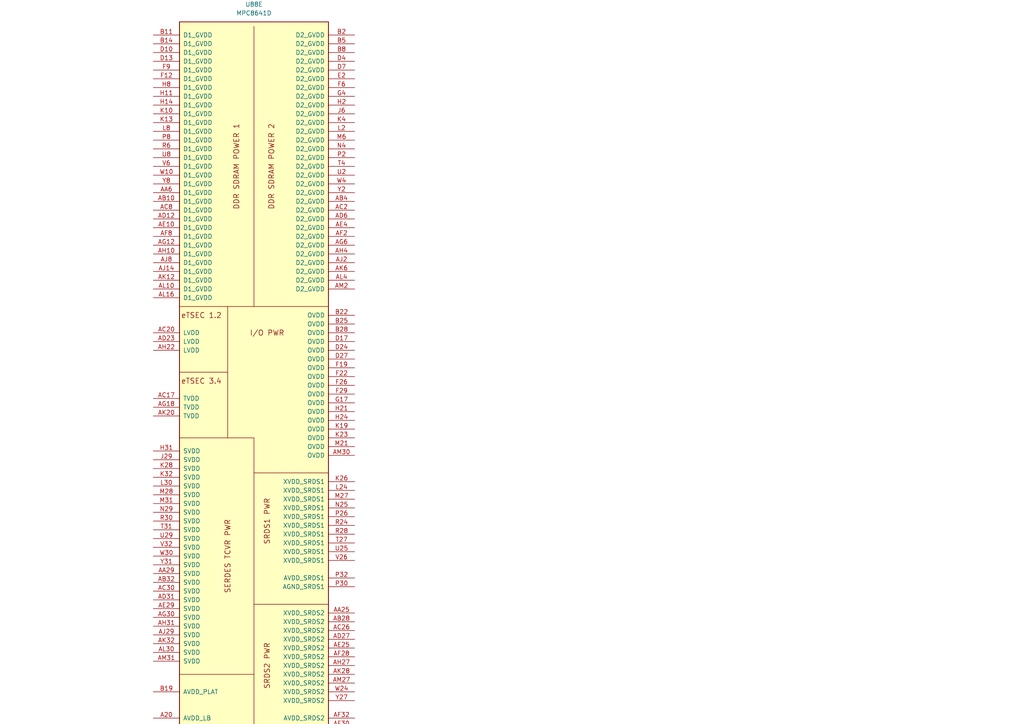
<source format=kicad_sch>
(kicad_sch (version 20250114) (generator "eeschema") (generator_version "9.0")
  (paper "A4")
  (lib_symbols
    (symbol "CPU_PowerPC:MPC8641D" (pin_names (offset 1.016))
      (property "Reference" "U" (at -2.54 1.27 0))
      (property "Value" "MPC8641D" (at -2.54 -7.62 0))
      (symbol "MPC8641D_1_1"
        (text "DDR Memory Inter 2" (at 1.27 25.4 0) (effects (font (size 1.524 1.524))))
        (pin bidirectional line (at -33.02 104.14 0) (length 7.62) (name "D2_MDQ0") (number "A7"))
        (pin bidirectional line (at -33.02 101.6 0) (length 7.62) (name "D2_MDQ1") (number "B7"))
        (pin bidirectional line (at -33.02 99.06 0) (length 7.62) (name "D2_MDQ2") (number "C5"))
        (pin bidirectional line (at -33.02 96.52 0) (length 7.62) (name "D2_MDQ3") (number "D5"))
        (pin bidirectional line (at -33.02 93.98 0) (length 7.62) (name "D2_MDQ4") (number "C8"))
        (pin bidirectional line (at -33.02 91.44 0) (length 7.62) (name "D2_MDQ5") (number "D8"))
        (pin bidirectional line (at -33.02 88.9 0) (length 7.62) (name "D2_MDQ6") (number "D6"))
        (pin bidirectional line (at -33.02 86.36 0) (length 7.62) (name "D2_MDQ7") (number "A5"))
        (pin bidirectional line (at -33.02 83.82 0) (length 7.62) (name "D2_MDQ8") (number "C4"))
        (pin bidirectional line (at -33.02 81.28 0) (length 7.62) (name "D2_MDQ9") (number "A3"))
        (pin bidirectional line (at -33.02 78.74 0) (length 7.62) (name "D2_MDQ10") (number "D3"))
        (pin bidirectional line (at -33.02 76.2 0) (length 7.62) (name "D2_MDQ11") (number "D2"))
        (pin bidirectional line (at -33.02 73.66 0) (length 7.62) (name "D2_MDQ12") (number "A4"))
        (pin bidirectional line (at -33.02 71.12 0) (length 7.62) (name "D2_MDQ13") (number "B4"))
        (pin bidirectional line (at -33.02 68.58 0) (length 7.62) (name "D2_MDQ14") (number "C2"))
        (pin bidirectional line (at -33.02 66.04 0) (length 7.62) (name "D2_MDQ15") (number "C1"))
        (pin bidirectional line (at -33.02 63.5 0) (length 7.62) (name "D2_MDQ16") (number "E3"))
        (pin bidirectional line (at -33.02 60.96 0) (length 7.62) (name "D2_MDQ17") (number "E1"))
        (pin bidirectional line (at -33.02 58.42 0) (length 7.62) (name "D2_MDQ18") (number "H4"))
        (pin bidirectional line (at -33.02 55.88 0) (length 7.62) (name "D2_MDQ19") (number "G1"))
        (pin bidirectional line (at -33.02 53.34 0) (length 7.62) (name "D2_MDQ20") (number "D1"))
        (pin bidirectional line (at -33.02 50.8 0) (length 7.62) (name "D2_MDQ21") (number "E4"))
        (pin bidirectional line (at -33.02 48.26 0) (length 7.62) (name "D2_MDQ22") (number "G3"))
        (pin bidirectional line (at -33.02 45.72 0) (length 7.62) (name "D2_MDQ23") (number "G2"))
        (pin bidirectional line (at -33.02 43.18 0) (length 7.62) (name "D2_MDQ24") (number "J4"))
        (pin bidirectional line (at -33.02 40.64 0) (length 7.62) (name "D2_MDQ25") (number "J2"))
        (pin bidirectional line (at -33.02 38.1 0) (length 7.62) (name "D2_MDQ26") (number "L1"))
        (pin bidirectional line (at -33.02 35.56 0) (length 7.62) (name "D2_MDQ27") (number "L3"))
        (pin bidirectional line (at -33.02 33.02 0) (length 7.62) (name "D2_MDQ28") (number "H3"))
        (pin bidirectional line (at -33.02 30.48 0) (length 7.62) (name "D2_MDQ29") (number "H1"))
        (pin bidirectional line (at -33.02 27.94 0) (length 7.62) (name "D2_MDQ30") (number "K1"))
        (pin bidirectional line (at -33.02 25.4 0) (length 7.62) (name "D2_MDQ31") (number "L4"))
        (pin bidirectional line (at -33.02 22.86 0) (length 7.62) (name "D2_MDQ32") (number "AA4"))
        (pin bidirectional line (at -33.02 20.32 0) (length 7.62) (name "D2_MDQ33") (number "AA2"))
        (pin bidirectional line (at -33.02 17.78 0) (length 7.62) (name "D2_MDQ34") (number "AD1"))
        (pin bidirectional line (at -33.02 15.24 0) (length 7.62) (name "D2_MDQ35") (number "AD2"))
        (pin bidirectional line (at -33.02 12.7 0) (length 7.62) (name "D2_MDQ36") (number "Y1"))
        (pin bidirectional line (at -33.02 10.16 0) (length 7.62) (name "D2_MDQ37") (number "AA1"))
        (pin bidirectional line (at -33.02 7.62 0) (length 7.62) (name "D2_MDQ38") (number "AC1"))
        (pin bidirectional line (at -33.02 5.08 0) (length 7.62) (name "D2_MDQ39") (number "AC3"))
        (pin bidirectional line (at -33.02 2.54 0) (length 7.62) (name "D2_MDQ40") (number "AD5"))
        (pin bidirectional line (at -33.02 0 0) (length 7.62) (name "D2_MDQ41") (number "AE1"))
        (pin bidirectional line (at -33.02 -2.54 0) (length 7.62) (name "D2_MDQ42") (number "AG1"))
        (pin bidirectional line (at -33.02 -5.08 0) (length 7.62) (name "D2_MDQ43") (number "AG2"))
        (pin bidirectional line (at -33.02 -7.62 0) (length 7.62) (name "D2_MDQ44") (number "AC4"))
        (pin bidirectional line (at -33.02 -10.16 0) (length 7.62) (name "D2_MDQ45") (number "AD4"))
        (pin bidirectional line (at -33.02 -12.7 0) (length 7.62) (name "D2_MDQ46") (number "AF3"))
        (pin bidirectional line (at -33.02 -15.24 0) (length 7.62) (name "D2_MDQ47") (number "AF4"))
        (pin bidirectional line (at -33.02 -17.78 0) (length 7.62) (name "D2_MDQ48") (number "AH3"))
        (pin bidirectional line (at -33.02 -20.32 0) (length 7.62) (name "D2_MDQ49") (number "AJ1"))
        (pin bidirectional line (at -33.02 -22.86 0) (length 7.62) (name "D2_MDQ50") (number "AM1"))
        (pin bidirectional line (at -33.02 -25.4 0) (length 7.62) (name "D2_MDQ51") (number "AM3"))
        (pin bidirectional line (at -33.02 -27.94 0) (length 7.62) (name "D2_MDQ52") (number "AH1"))
        (pin bidirectional line (at -33.02 -30.48 0) (length 7.62) (name "D2_MDQ53") (number "AH2"))
        (pin bidirectional line (at -33.02 -33.02 0) (length 7.62) (name "D2_MDQ54") (number "AL2"))
        (pin bidirectional line (at -33.02 -35.56 0) (length 7.62) (name "D2_MDQ55") (number "AL3"))
        (pin bidirectional line (at -33.02 -38.1 0) (length 7.62) (name "D2_MDQ56") (number "AK5"))
        (pin bidirectional line (at -33.02 -40.64 0) (length 7.62) (name "D2_MDQ57") (number "AL5"))
        (pin bidirectional line (at -33.02 -43.18 0) (length 7.62) (name "D2_MDQ58") (number "AK7"))
        (pin bidirectional line (at -33.02 -45.72 0) (length 7.62) (name "D2_MDQ59") (number "AM7"))
        (pin bidirectional line (at -33.02 -48.26 0) (length 7.62) (name "D2_MDQ60") (number "AK4"))
        (pin bidirectional line (at -33.02 -50.8 0) (length 7.62) (name "D2_MDQ61") (number "AM4"))
        (pin bidirectional line (at -33.02 -53.34 0) (length 7.62) (name "D2_MDQ62") (number "AM6"))
        (pin bidirectional line (at -33.02 -55.88 0) (length 7.62) (name "D2_MDQ63") (number "AJ7"))
        (pin bidirectional line (at -33.02 -60.96 0) (length 7.62) (name "D2_MECC0") (number "H6"))
        (pin bidirectional line (at -33.02 -63.5 0) (length 7.62) (name "D2_MECC1") (number "J5"))
        (pin bidirectional line (at -33.02 -66.04 0) (length 7.62) (name "D2_MECC2") (number "M5"))
        (pin bidirectional line (at -33.02 -68.58 0) (length 7.62) (name "D2_MECC3") (number "M4"))
        (pin bidirectional line (at -33.02 -71.12 0) (length 7.62) (name "D2_MECC4") (number "G6"))
        (pin bidirectional line (at -33.02 -73.66 0) (length 7.62) (name "D2_MECC5") (number "H7"))
        (pin bidirectional line (at -33.02 -76.2 0) (length 7.62) (name "D2_MECC6") (number "M2"))
        (pin bidirectional line (at -33.02 -78.74 0) (length 7.62) (name "D2_MECC7") (number "M1"))
        (pin bidirectional line (at -33.02 -83.82 0) (length 7.62) (name "D2_MDQS0") (number "B6"))
        (pin bidirectional line (at -33.02 -86.36 0) (length 7.62) (name "D2_MDQS1") (number "B1"))
        (pin bidirectional line (at -33.02 -88.9 0) (length 7.62) (name "D2_MDQS2") (number "F1"))
        (pin bidirectional line (at -33.02 -91.44 0) (length 7.62) (name "D2_MDQS3") (number "K2"))
        (pin bidirectional line (at -33.02 -93.98 0) (length 7.62) (name "D2_MDQS4") (number "AB3"))
        (pin bidirectional line (at -33.02 -96.52 0) (length 7.62) (name "D2_MDQS5") (number "AF1"))
        (pin bidirectional line (at -33.02 -99.06 0) (length 7.62) (name "D2_MDQS6") (number "AL1"))
        (pin bidirectional line (at -33.02 -101.6 0) (length 7.62) (name "D2_MDQS7") (number "AL6"))
        (pin bidirectional line (at -33.02 -104.14 0) (length 7.62) (name "D2_MDQS8") (number "L6"))
        (pin output line (at 33.02 104.14 180) (length 7.62) (name "D2_MDM0") (number "C7"))
        (pin output line (at 33.02 101.6 180) (length 7.62) (name "D2_MDM1") (number "B3"))
        (pin output line (at 33.02 99.06 180) (length 7.62) (name "D2_MDM2") (number "F4"))
        (pin output line (at 33.02 96.52 180) (length 7.62) (name "D2_MDM3") (number "J1"))
        (pin output line (at 33.02 93.98 180) (length 7.62) (name "D2_MDM4") (number "AB1"))
        (pin output line (at 33.02 91.44 180) (length 7.62) (name "D2_MDM5") (number "AE2"))
        (pin output line (at 33.02 88.9 180) (length 7.62) (name "D2_MDM6") (number "AK1"))
        (pin output line (at 33.02 86.36 180) (length 7.62) (name "D2_MDM7") (number "AM5"))
        (pin output line (at 33.02 83.82 180) (length 7.62) (name "D2_MDM8") (number "K6"))
        (pin output line (at 33.02 78.74 180) (length 7.62) (name "D2_MBA0") (number "W5"))
        (pin output line (at 33.02 76.2 180) (length 7.62) (name "D2_MBA1") (number "V5"))
        (pin output line (at 33.02 73.66 180) (length 7.62) (name "D2_MBA2") (number "P3"))
        (pin output line (at 33.02 66.04 180) (length 7.62) (name "D2_MA0") (number "W1"))
        (pin output line (at 33.02 63.5 180) (length 7.62) (name "D2_MA1") (number "U4"))
        (pin output line (at 33.02 60.96 180) (length 7.62) (name "D2_MA2") (number "U3"))
        (pin output line (at 33.02 58.42 180) (length 7.62) (name "D2_MA3") (number "T1"))
        (pin output line (at 33.02 55.88 180) (length 7.62) (name "D2_MA4") (number "T2"))
        (pin output line (at 33.02 53.34 180) (length 7.62) (name "D2_MA5") (number "T3"))
        (pin output line (at 33.02 50.8 180) (length 7.62) (name "D2_MA6") (number "T5"))
        (pin output line (at 33.02 48.26 180) (length 7.62) (name "D2_MA7") (number "R2"))
        (pin output line (at 33.02 45.72 180) (length 7.62) (name "D2_MA8") (number "R1"))
        (pin output line (at 33.02 43.18 180) (length 7.62) (name "D2_MA9") (number "R5"))
        (pin output line (at 33.02 40.64 180) (length 7.62) (name "D2_MA10") (number "V4"))
        (pin output line (at 33.02 38.1 180) (length 7.62) (name "D2_MA11") (number "R4"))
        (pin output line (at 33.02 35.56 180) (length 7.62) (name "D2_MA12") (number "P1"))
        (pin output line (at 33.02 33.02 180) (length 7.62) (name "D2_MA13") (number "AH5"))
        (pin output line (at 33.02 30.48 180) (length 7.62) (name "D2_MA14") (number "P4"))
        (pin output line (at 33.02 27.94 180) (length 7.62) (name "D2_MA15") (number "N1"))
        (pin output line (at 33.02 22.86 180) (length 7.62) (name "/D2_MWE") (number "Y4"))
        (pin output line (at 33.02 20.32 180) (length 7.62) (name "/D2_MRAS") (number "W3"))
        (pin output line (at 33.02 17.78 180) (length 7.62) (name "/D2_MCAS") (number "AB5"))
        (pin output line (at 33.02 10.16 180) (length 7.62) (name "/D2_MCS0") (number "Y3"))
        (pin output line (at 33.02 7.62 180) (length 7.62) (name "/D2_MCS1") (number "AF6"))
        (pin output line (at 33.02 5.08 180) (length 7.62) (name "/D2_MCS2") (number "AA5"))
        (pin output line (at 33.02 2.54 180) (length 7.62) (name "/D2_MCS3") (number "AF7"))
        (pin output line (at 33.02 -2.54 180) (length 7.62) (name "D2_MCKE0") (number "N6"))
        (pin output line (at 33.02 -5.08 180) (length 7.62) (name "D2_MCKE1") (number "N5"))
        (pin output line (at 33.02 -7.62 180) (length 7.62) (name "D2_MCKE2") (number "N2"))
        (pin output line (at 33.02 -10.16 180) (length 7.62) (name "D2_MCKE3") (number "N3"))
        (pin output line (at 33.02 -17.78 180) (length 7.62) (name "D2_MCK0") (number "U1"))
        (pin output line (at 33.02 -20.32 180) (length 7.62) (name "D2_MCK1") (number "F5"))
        (pin output line (at 33.02 -22.86 180) (length 7.62) (name "D2_MCK2") (number "AJ3"))
        (pin output line (at 33.02 -25.4 180) (length 7.62) (name "D2_MCK3") (number "V2"))
        (pin output line (at 33.02 -27.94 180) (length 7.62) (name "D2_MCK4") (number "E7"))
        (pin output line (at 33.02 -30.48 180) (length 7.62) (name "D2_MCK5") (number "AG4"))
        (pin output line (at 33.02 -38.1 180) (length 7.62) (name "/D2_MCK0") (number "V1"))
        (pin output line (at 33.02 -40.64 180) (length 7.62) (name "/D2_MCK1") (number "G5"))
        (pin output line (at 33.02 -43.18 180) (length 7.62) (name "/D2_MCK2") (number "AJ4"))
        (pin output line (at 33.02 -45.72 180) (length 7.62) (name "/D2_MCK3") (number "W2"))
        (pin output line (at 33.02 -48.26 180) (length 7.62) (name "/D2_MCK4") (number "E6"))
        (pin output line (at 33.02 -50.8 180) (length 7.62) (name "/D2_MCK5") (number "AG5"))
        (pin output line (at 33.02 -55.88 180) (length 7.62) (name "D2_MODT0") (number "AE6"))
        (pin output line (at 33.02 -58.42 180) (length 7.62) (name "D2_MODT1") (number "AG7"))
        (pin output line (at 33.02 -60.96 180) (length 7.62) (name "D2_MODT2") (number "AE5"))
        (pin output line (at 33.02 -63.5 180) (length 7.62) (name "D2_MODT3") (number "AH6"))
        (pin output line (at 33.02 -68.58 180) (length 7.62) (name "D2_MVREF") (number "A18"))
        (pin bidirectional line (at 33.02 -73.66 180) (length 7.62) (name "/D2_MDQS0") (number "A6"))
        (pin bidirectional line (at 33.02 -76.2 180) (length 7.62) (name "/D2_MDQS1") (number "A2"))
        (pin bidirectional line (at 33.02 -78.74 180) (length 7.62) (name "/D2_MDQS2") (number "F2"))
        (pin bidirectional line (at 33.02 -81.28 180) (length 7.62) (name "/D2_MDQS3") (number "K3"))
        (pin bidirectional line (at 33.02 -83.82 180) (length 7.62) (name "/D2_MDQS4") (number "AB2"))
        (pin bidirectional line (at 33.02 -86.36 180) (length 7.62) (name "/D2_MDQS5") (number "AE3"))
        (pin bidirectional line (at 33.02 -88.9 180) (length 7.62) (name "/D2_MDQS6") (number "AK2"))
        (pin bidirectional line (at 33.02 -91.44 180) (length 7.62) (name "/D2_MDQS7") (number "AJ6"))
        (pin bidirectional line (at 33.02 -93.98 180) (length 7.62) (name "/D2_MDQS8") (number "K5"))
        (pin bidirectional line (at 33.02 -99.06 180) (length 7.62) (name "D2_MDIC0") (number "F8"))
        (pin bidirectional line (at 33.02 -101.6 180) (length 7.62) (name "D2_MDIC1") (number "F7"))
      )
      (symbol "MPC8641D_2_1"
        (text "SERDES1" (at 0 107.95 0) (effects (font (size 1.524 1.524))))
        (text "SERDES2" (at 0 48.26 0) (effects (font (size 1.524 1.524))))
        (text "eTSEC1" (at 0 11.43 0) (effects (font (size 1.524 1.524))))
        (text "eTSEC2" (at 0 -38.1 0) (effects (font (size 1.524 1.524))))
        (text "eTSEC3" (at 0 -74.93 0) (effects (font (size 1.524 1.524))))
        (text "eTSEC4" (at 0 -111.76 0) (effects (font (size 1.524 1.524))))
        (pin input line (at -27.94 135.89 0) (length 7.62) (name "SD1_RX0") (number "J32"))
        (pin input line (at -27.94 133.35 0) (length 7.62) (name "SD1_RX1") (number "K30"))
        (pin input line (at -27.94 130.81 0) (length 7.62) (name "SD1_RX2") (number "L32"))
        (pin input line (at -27.94 128.27 0) (length 7.62) (name "SD1_RX3") (number "M30"))
        (pin input line (at -27.94 125.73 0) (length 7.62) (name "SD1_RX4") (number "T30"))
        (pin input line (at -27.94 123.19 0) (length 7.62) (name "SD1_RX5") (number "U32"))
        (pin input line (at -27.94 120.65 0) (length 7.62) (name "SD1_RX6") (number "V30"))
        (pin input line (at -27.94 118.11 0) (length 7.62) (name "SD1_RX7") (number "W32"))
        (pin input line (at -27.94 113.03 0) (length 7.62) (name "/SD1_RX0") (number "J31"))
        (pin input line (at -27.94 110.49 0) (length 7.62) (name "/SD1_RX1") (number "K29"))
        (pin input line (at -27.94 107.95 0) (length 7.62) (name "/SD1_RX2") (number "L31"))
        (pin input line (at -27.94 105.41 0) (length 7.62) (name "/SD1_RX3") (number "M29"))
        (pin input line (at -27.94 102.87 0) (length 7.62) (name "/SD1_RX4") (number "T29"))
        (pin input line (at -27.94 100.33 0) (length 7.62) (name "/SD1_RX5") (number "U31"))
        (pin input line (at -27.94 97.79 0) (length 7.62) (name "/SD1_RX6") (number "V29"))
        (pin input line (at -27.94 95.25 0) (length 7.62) (name "/SD1_RX7") (number "W31"))
        (pin input clock (at -27.94 90.17 0) (length 7.62) (name "SD1_REF_CLK") (number "N32"))
        (pin input clock (at -27.94 87.63 0) (length 7.62) (name "/SD1_REF_CLK") (number "N31"))
        (pin input line (at -27.94 83.82 0) (length 7.62) (name "SD1_IMP_CAL_TX") (number "Y26"))
        (pin input line (at -27.94 81.28 0) (length 7.62) (name "SD1_IMP_CAL_RX") (number "J28"))
        (pin input line (at -27.94 76.2 0) (length 7.62) (name "SD2_RX0") (number "Y30"))
        (pin input line (at -27.94 73.66 0) (length 7.62) (name "SD2_RX1") (number "AA32"))
        (pin input line (at -27.94 71.12 0) (length 7.62) (name "SD2_RX2") (number "AB30"))
        (pin input line (at -27.94 68.58 0) (length 7.62) (name "SD2_RX3") (number "AC32"))
        (pin input line (at -27.94 66.04 0) (length 7.62) (name "SD2_RX4") (number "AH30"))
        (pin input line (at -27.94 63.5 0) (length 7.62) (name "SD2_RX5") (number "AJ32"))
        (pin input line (at -27.94 60.96 0) (length 7.62) (name "SD2_RX6") (number "AK30"))
        (pin input line (at -27.94 58.42 0) (length 7.62) (name "SD2_RX7") (number "AL32"))
        (pin input line (at -27.94 53.34 0) (length 7.62) (name "/SD2_RX0") (number "Y29"))
        (pin input line (at -27.94 50.8 0) (length 7.62) (name "/SD2_RX1") (number "AA31"))
        (pin input line (at -27.94 48.26 0) (length 7.62) (name "/SD2_RX2") (number "AB29"))
        (pin input line (at -27.94 45.72 0) (length 7.62) (name "/SD2_RX3") (number "AC31"))
        (pin input line (at -27.94 43.18 0) (length 7.62) (name "/SD2_RX4") (number "AH29"))
        (pin input line (at -27.94 40.64 0) (length 7.62) (name "/SD2_RX5") (number "AJ31"))
        (pin input line (at -27.94 38.1 0) (length 7.62) (name "/SD2_RX6") (number "AK29"))
        (pin input line (at -27.94 35.56 0) (length 7.62) (name "/SD2_RX7") (number "AL31"))
        (pin input clock (at -27.94 30.48 0) (length 7.62) (name "SD2_REF_CLK") (number "AE32"))
        (pin input clock (at -27.94 27.94 0) (length 7.62) (name "/SD2_REF_CLK") (number "AE31"))
        (pin input line (at -27.94 24.13 0) (length 7.62) (name "SD2_IMP_CAL_TX") (number "AM29"))
        (pin input line (at -27.94 21.59 0) (length 7.62) (name "SD2_IMP_CAL_RX") (number "AA26"))
        (pin input line (at -27.94 15.24 0) (length 7.62) (name "TSEC1_RXD0") (number "AL25"))
        (pin input line (at -27.94 12.7 0) (length 7.62) (name "TSEC1_RXD1") (number "AL24"))
        (pin input line (at -27.94 10.16 0) (length 7.62) (name "TSEC1_RXD2") (number "AK26"))
        (pin input line (at -27.94 7.62 0) (length 7.62) (name "TSEC1_RXD3") (number "AK25"))
        (pin input line (at -27.94 5.08 0) (length 7.62) (name "TSEC1_RXD4") (number "AM26"))
        (pin input line (at -27.94 2.54 0) (length 7.62) (name "TSEC1_RXD5") (number "AF26"))
        (pin input line (at -27.94 0 0) (length 7.62) (name "TSEC1_RXD6") (number "AH24"))
        (pin input line (at -27.94 -2.54 0) (length 7.62) (name "TSEC1_RXD7") (number "AG25"))
        (pin input line (at -27.94 -8.89 0) (length 7.62) (name "TSEC1_RX_DV") (number "AJ24"))
        (pin input line (at -27.94 -11.43 0) (length 7.62) (name "TSEC1_RX_ER") (number "AJ25"))
        (pin input line (at -27.94 -13.97 0) (length 7.62) (name "TSEC1_RX_CLK") (number "AK24"))
        (pin input line (at -27.94 -16.51 0) (length 7.62) (name "TSEC1_COL") (number "AM25"))
        (pin input line (at -27.94 -21.59 0) (length 7.62) (name "TSEC2_RXD0") (number "AL22"))
        (pin input line (at -27.94 -24.13 0) (length 7.62) (name "TSEC2_RXD1") (number "AK22"))
        (pin input line (at -27.94 -26.67 0) (length 7.62) (name "TSEC2_RXD2") (number "AM21"))
        (pin input line (at -27.94 -29.21 0) (length 7.62) (name "TSEC2_RXD3") (number "AH20"))
        (pin input line (at -27.94 -31.75 0) (length 7.62) (name "TSEC2_RXD4") (number "AG20"))
        (pin input line (at -27.94 -34.29 0) (length 7.62) (name "TSEC2_RXD5") (number "AF20"))
        (pin input line (at -27.94 -36.83 0) (length 7.62) (name "TSEC2_RXD6") (number "AF23"))
        (pin input line (at -27.94 -39.37 0) (length 7.62) (name "TSEC3_RXD7") (number "AF22"))
        (pin input line (at -27.94 -45.72 0) (length 7.62) (name "TSEC2_RX_DV") (number "AC19"))
        (pin input line (at -27.94 -48.26 0) (length 7.62) (name "TSEC2_RX_ER") (number "AD21"))
        (pin input line (at -27.94 -50.8 0) (length 7.62) (name "TSEC2_RX_CLK") (number "AM22"))
        (pin input line (at -27.94 -53.34 0) (length 7.62) (name "TSEC2_COL") (number "AE21"))
        (pin input line (at -27.94 -58.42 0) (length 7.62) (name "TSEC3_RXD0") (number "AJ17"))
        (pin input line (at -27.94 -60.96 0) (length 7.62) (name "TSEC3_RXD1") (number "AE16"))
        (pin input line (at -27.94 -63.5 0) (length 7.62) (name "TSEC3_RXD2") (number "AH16"))
        (pin input line (at -27.94 -66.04 0) (length 7.62) (name "TSEC3_RXD3") (number "AH14"))
        (pin input line (at -27.94 -68.58 0) (length 7.62) (name "TSEC3_RXD4") (number "AJ19"))
        (pin input line (at -27.94 -71.12 0) (length 7.62) (name "TSEC3_RXD5") (number "AH15"))
        (pin input line (at -27.94 -73.66 0) (length 7.62) (name "TSEC3_RXD6") (number "AG16"))
        (pin input line (at -27.94 -76.2 0) (length 7.62) (name "TSEC3_RXD7") (number "AE19"))
        (pin input line (at -27.94 -82.55 0) (length 7.62) (name "TSEC3_RX_DV") (number "AG15"))
        (pin input line (at -27.94 -85.09 0) (length 7.62) (name "TSEC3_RX_ER") (number "AF16"))
        (pin input line (at -27.94 -87.63 0) (length 7.62) (name "TSEC3_RX_CLK") (number "AJ18"))
        (pin input line (at -27.94 -90.17 0) (length 7.62) (name "TSEC3_COL") (number "AF15"))
        (pin input line (at -27.94 -95.25 0) (length 7.62) (name "TSEC4_RXD0") (number "AG14"))
        (pin input line (at -27.94 -97.79 0) (length 7.62) (name "TSEC4_RXD1") (number "AD13"))
        (pin input line (at -27.94 -100.33 0) (length 7.62) (name "TSEC4_RXD2") (number "AF13"))
        (pin input line (at -27.94 -102.87 0) (length 7.62) (name "TSEC4_RXD3") (number "AD14"))
        (pin input line (at -27.94 -105.41 0) (length 7.62) (name "TSEX4_RXD4") (number "AE14"))
        (pin input line (at -27.94 -107.95 0) (length 7.62) (name "TSEC4_RXD5") (number "AB15"))
        (pin input line (at -27.94 -110.49 0) (length 7.62) (name "TSEC4_RXD6") (number "AC14"))
        (pin input line (at -27.94 -113.03 0) (length 7.62) (name "TSEC4_RXD7") (number "AE17"))
        (pin input line (at -27.94 -119.38 0) (length 7.62) (name "TSEC4_RX_DV") (number "AC15"))
        (pin input line (at -27.94 -121.92 0) (length 7.62) (name "TSEC4_RX_ER") (number "AF14"))
        (pin input line (at -27.94 -124.46 0) (length 7.62) (name "TSEC4_RX_CLK") (number "AG13"))
        (pin input line (at -27.94 -127 0) (length 7.62) (name "TSEC4_COL") (number "AC13"))
        (pin input line (at -27.94 -132.08 0) (length 7.62) (name "EC1_GTX_CLK125") (number "AL23"))
        (pin input line (at -27.94 -135.89 0) (length 7.62) (name "EC2_GTX_CLK125") (number "AM23"))
        (pin output line (at 27.94 135.89 180) (length 7.62) (name "SD1_TX0") (number "L26"))
        (pin output line (at 27.94 133.35 180) (length 7.62) (name "SD1_TX1") (number "M24"))
        (pin output line (at 27.94 130.81 180) (length 7.62) (name "SD1_TX2") (number "N26"))
        (pin output line (at 27.94 128.27 180) (length 7.62) (name "SD1_TX3") (number "P24"))
        (pin output line (at 27.94 125.73 180) (length 7.62) (name "SD1_TX4") (number "R26"))
        (pin output line (at 27.94 123.19 180) (length 7.62) (name "SD1_TX5") (number "T24"))
        (pin output line (at 27.94 120.65 180) (length 7.62) (name "SD1_TX6") (number "U26"))
        (pin output line (at 27.94 118.11 180) (length 7.62) (name "SD1_TX7") (number "V24"))
        (pin output line (at 27.94 113.03 180) (length 7.62) (name "/SD1_TX0") (number "L27"))
        (pin output line (at 27.94 110.49 180) (length 7.62) (name "/SD1_TX1") (number "M25"))
        (pin output line (at 27.94 107.95 180) (length 7.62) (name "/SD1_TX2") (number "N27"))
        (pin output line (at 27.94 105.41 180) (length 7.62) (name "/SD1_TX3") (number "P25"))
        (pin output line (at 27.94 102.87 180) (length 7.62) (name "/SD1_TX4") (number "R27"))
        (pin output line (at 27.94 100.33 180) (length 7.62) (name "/SD1_TX5") (number "T25"))
        (pin output line (at 27.94 97.79 180) (length 7.62) (name "/SD1_TX6") (number "U27"))
        (pin output line (at 27.94 95.25 180) (length 7.62) (name "/SD1_TX7") (number "V25"))
        (pin output line (at 27.94 90.17 180) (length 7.62) (name "SD1_PLL_TPD") (number "U28"))
        (pin output line (at 27.94 87.63 180) (length 7.62) (name "SD1_PLL_TPA") (number "T28"))
        (pin output line (at 27.94 83.82 180) (length 7.62) (name "SD1_DLL_TPD") (number "N28"))
        (pin output line (at 27.94 81.28 180) (length 7.62) (name "SD1_DLL_TPA") (number "P31"))
        (pin output line (at 27.94 76.2 180) (length 7.62) (name "SD2_TX0") (number "Y24"))
        (pin output line (at 27.94 73.66 180) (length 7.62) (name "SD2_TX1") (number "AA27"))
        (pin output line (at 27.94 71.12 180) (length 7.62) (name "SD2_TX2") (number "AB25"))
        (pin output line (at 27.94 68.58 180) (length 7.62) (name "SD2_TX3") (number "AC27"))
        (pin output line (at 27.94 66.04 180) (length 7.62) (name "SD2_TX4") (number "AE27"))
        (pin output line (at 27.94 63.5 180) (length 7.62) (name "SD2_TX5") (number "AG27"))
        (pin output line (at 27.94 60.96 180) (length 7.62) (name "SD2_TX6") (number "AJ27"))
        (pin output line (at 27.94 58.42 180) (length 7.62) (name "SD2_TX7") (number "AL27"))
        (pin output line (at 27.94 53.34 180) (length 7.62) (name "/SD2_TX0") (number "Y25"))
        (pin output line (at 27.94 50.8 180) (length 7.62) (name "/SD2_TX1") (number "AA28"))
        (pin output line (at 27.94 48.26 180) (length 7.62) (name "/SD2_TX2") (number "AB26"))
        (pin output line (at 27.94 45.72 180) (length 7.62) (name "/SD2_TX3") (number "AC28"))
        (pin output line (at 27.94 43.18 180) (length 7.62) (name "/SD2_TX4") (number "AE28"))
        (pin output line (at 27.94 40.64 180) (length 7.62) (name "/SD2_TX5") (number "AG28"))
        (pin output line (at 27.94 38.1 180) (length 7.62) (name "/SD2_TX6") (number "AJ28"))
        (pin output line (at 27.94 35.56 180) (length 7.62) (name "/SD2_TX7") (number "AL28"))
        (pin output line (at 27.94 30.48 180) (length 7.62) (name "SD2_PLL_TPD") (number "AF29"))
        (pin output line (at 27.94 27.94 180) (length 7.62) (name "SD2_PLL_TPA") (number "AF31"))
        (pin output line (at 27.94 24.13 180) (length 7.62) (name "SD2_DLL_TPD") (number "AD29"))
        (pin output line (at 27.94 21.59 180) (length 7.62) (name "SD2_DLL_TPA") (number "AD30"))
        (pin output line (at 27.94 15.24 180) (length 7.62) (name "TSEC1_TXD0") (number "AF25"))
        (pin output line (at 27.94 12.7 180) (length 7.62) (name "TSEC1_TXD1") (number "AC23"))
        (pin output line (at 27.94 10.16 180) (length 7.62) (name "TSEC1_TXD2") (number "AG24"))
        (pin output line (at 27.94 7.62 180) (length 7.62) (name "TSEC1_TXD3") (number "AG23"))
        (pin output line (at 27.94 5.08 180) (length 7.62) (name "TSEC1_TXD4") (number "AE24"))
        (pin output line (at 27.94 2.54 180) (length 7.62) (name "TSEC1_TXD5") (number "AE23"))
        (pin output line (at 27.94 0 180) (length 7.62) (name "TSEC1_TXD6") (number "AE22"))
        (pin output line (at 27.94 -2.54 180) (length 7.62) (name "TSEC1_TXD7") (number "AD22"))
        (pin output line (at 27.94 -6.35 180) (length 7.62) (name "TSEC1_TX_EN") (number "AB22"))
        (pin output line (at 27.94 -8.89 180) (length 7.62) (name "TSEC1_TX_ER") (number "AH26"))
        (pin input line (at 27.94 -11.43 180) (length 7.62) (name "TSEC1_TX_CLK") (number "AC22"))
        (pin output line (at 27.94 -13.97 180) (length 7.62) (name "TSEC1_GTX_CLK") (number "AH25"))
        (pin bidirectional line (at 27.94 -16.51 180) (length 7.62) (name "TSEC1_CRS") (number "AM24"))
        (pin output line (at 27.94 -21.59 180) (length 7.62) (name "TSEC2_TXD0") (number "AB20"))
        (pin output line (at 27.94 -24.13 180) (length 7.62) (name "TSEC2_TXD1") (number "AJ23"))
        (pin output line (at 27.94 -26.67 180) (length 7.62) (name "TSEC2_TXD2") (number "AJ22"))
        (pin output line (at 27.94 -29.21 180) (length 7.62) (name "TSEC2_TXD3") (number "AD19"))
        (pin output line (at 27.94 -31.75 180) (length 7.62) (name "TSEC2_TXD4") (number "AH23"))
        (pin output line (at 27.94 -34.29 180) (length 7.62) (name "TSEC2_TXD5") (number "AH21"))
        (pin output line (at 27.94 -36.83 180) (length 7.62) (name "TSEC2_TXD6") (number "AG22"))
        (pin output line (at 27.94 -39.37 180) (length 7.62) (name "TSEC2_TXD7") (number "AG21"))
        (pin output line (at 27.94 -43.18 180) (length 7.62) (name "TSEC2_TX_EN") (number "AB21"))
        (pin output line (at 27.94 -45.72 180) (length 7.62) (name "TSEC2_TX_ER") (number "AB19"))
        (pin input line (at 27.94 -48.26 180) (length 7.62) (name "TSEC2_TX_CLK") (number "AC21"))
        (pin output line (at 27.94 -50.8 180) (length 7.62) (name "TSEC2_GTX_CLK") (number "AD20"))
        (pin bidirectional line (at 27.94 -53.34 180) (length 7.62) (name "TSEC2_CRS") (number "AE20"))
        (pin output line (at 27.94 -58.42 180) (length 7.62) (name "TSEC3_TXD0") (number "AL21"))
        (pin output line (at 27.94 -60.96 180) (length 7.62) (name "TSEC3_TXD1") (number "AJ21"))
        (pin output line (at 27.94 -63.5 180) (length 7.62) (name "TSEC3_TXD2") (number "AM20"))
        (pin output line (at 27.94 -66.04 180) (length 7.62) (name "TSEC3_TXD3") (number "AJ20"))
        (pin output line (at 27.94 -68.58 180) (length 7.62) (name "TSEC3_TXD4") (number "AM19"))
        (pin output line (at 27.94 -71.12 180) (length 7.62) (name "TSEC3_TXD5") (number "AK21"))
        (pin output line (at 27.94 -73.66 180) (length 7.62) (name "TSEC3_TXD6") (number "AL20"))
        (pin output line (at 27.94 -76.2 180) (length 7.62) (name "TSEC3_TXD7") (number "AL19"))
        (pin output line (at 27.94 -80.01 180) (length 7.62) (name "TSEC3_TX_EN") (number "AH19"))
        (pin output line (at 27.94 -82.55 180) (length 7.62) (name "TSEC3_TX_ER") (number "AH17"))
        (pin input line (at 27.94 -85.09 180) (length 7.62) (name "TSEC3_TX_CLK") (number "AH18"))
        (pin output line (at 27.94 -87.63 180) (length 7.62) (name "TSEC3_GTX_CLK") (number "AG19"))
        (pin bidirectional line (at 27.94 -90.17 180) (length 7.62) (name "TSEC3_CRS") (number "AE15"))
        (pin output line (at 27.94 -95.25 180) (length 7.62) (name "TSEC4_TXD0") (number "AC18"))
        (pin output line (at 27.94 -97.79 180) (length 7.62) (name "TSEC4_TXD1") (number "AC16"))
        (pin output line (at 27.94 -100.33 180) (length 7.62) (name "TSEC4_TXD2") (number "AD18"))
        (pin output line (at 27.94 -102.87 180) (length 7.62) (name "TSEC4_TXD3") (number "AD17"))
        (pin output line (at 27.94 -105.41 180) (length 7.62) (name "TSEC4_TXD4") (number "AD16"))
        (pin output line (at 27.94 -107.95 180) (length 7.62) (name "TSEC4_TXD5") (number "AB18"))
        (pin output line (at 27.94 -110.49 180) (length 7.62) (name "TSEC4_TXD6") (number "AB17"))
        (pin output line (at 27.94 -113.03 180) (length 7.62) (name "TSEC4_TXD7") (number "AB16"))
        (pin output line (at 27.94 -116.84 180) (length 7.62) (name "TSEC4_TX_EN") (number "AF17"))
        (pin output line (at 27.94 -119.38 180) (length 7.62) (name "TSEC4_TX_ER") (number "AF19"))
        (pin input line (at 27.94 -121.92 180) (length 7.62) (name "TSEC4_TX_CLK") (number "AF18"))
        (pin output line (at 27.94 -124.46 180) (length 7.62) (name "TSEC4_GTX_CLK") (number "AG17"))
        (pin bidirectional line (at 27.94 -127 180) (length 7.62) (name "TSEC4_CRS") (number "AB14"))
        (pin output line (at 27.94 -132.08 180) (length 7.62) (name "EC_MDC") (number "G31"))
        (pin bidirectional line (at 27.94 -135.89 180) (length 7.62) (name "EC_MDIO") (number "G32"))
      )
      (symbol "MPC8641D_3_1"
        (text "DUART" (at 0 128.27 0) (effects (font (size 1.524 1.524))))
        (text "LOCAL BUS" (at 0 54.61 0) (effects (font (size 1.524 1.524))))
        (text "IRQ/DMA" (at 0 -17.78 0) (effects (font (size 1.524 1.524))))
        (text "MISC." (at 0 -58.42 0) (effects (font (size 1.524 1.524))))
        (pin input line (at -27.94 132.08 0) (length 7.62) (name "UART_SIN0") (number "B32"))
        (pin input line (at -27.94 129.54 0) (length 7.62) (name "UART_SIN1") (number "C32"))
        (pin input line (at -27.94 125.73 0) (length 7.62) (name "/UART_CTS0") (number "A31"))
        (pin input line (at -27.94 123.19 0) (length 7.62) (name "/UART_CTS1") (number "B31"))
        (pin bidirectional line (at -27.94 118.11 0) (length 7.62) (name "LAD0") (number "A30"))
        (pin bidirectional line (at -27.94 115.57 0) (length 7.62) (name "LAD1") (number "E29"))
        (pin bidirectional line (at -27.94 113.03 0) (length 7.62) (name "LAD2") (number "C29"))
        (pin bidirectional line (at -27.94 110.49 0) (length 7.62) (name "LAD3") (number "D28"))
        (pin bidirectional line (at -27.94 107.95 0) (length 7.62) (name "LAD4") (number "D29"))
        (pin bidirectional line (at -27.94 105.41 0) (length 7.62) (name "LAD5") (number "H25"))
        (pin bidirectional line (at -27.94 102.87 0) (length 7.62) (name "LAD6") (number "B29"))
        (pin bidirectional line (at -27.94 100.33 0) (length 7.62) (name "LAD7") (number "A29"))
        (pin bidirectional line (at -27.94 97.79 0) (length 7.62) (name "LAD8") (number "C28"))
        (pin bidirectional line (at -27.94 95.25 0) (length 7.62) (name "LAD9") (number "L22"))
        (pin bidirectional line (at -27.94 92.71 0) (length 7.62) (name "LAD10") (number "M22"))
        (pin bidirectional line (at -27.94 90.17 0) (length 7.62) (name "LAD11") (number "A28"))
        (pin bidirectional line (at -27.94 87.63 0) (length 7.62) (name "LAD12") (number "C27"))
        (pin bidirectional line (at -27.94 85.09 0) (length 7.62) (name "LAD13") (number "H26"))
        (pin bidirectional line (at -27.94 82.55 0) (length 7.62) (name "LAD14") (number "G26"))
        (pin bidirectional line (at -27.94 80.01 0) (length 7.62) (name "LAD15") (number "B27"))
        (pin bidirectional line (at -27.94 77.47 0) (length 7.62) (name "LAD16") (number "B26"))
        (pin bidirectional line (at -27.94 74.93 0) (length 7.62) (name "LAD17") (number "A27"))
        (pin bidirectional line (at -27.94 72.39 0) (length 7.62) (name "LAD18") (number "E27"))
        (pin bidirectional line (at -27.94 69.85 0) (length 7.62) (name "LAD19") (number "G25"))
        (pin bidirectional line (at -27.94 67.31 0) (length 7.62) (name "LAD20") (number "D26"))
        (pin bidirectional line (at -27.94 64.77 0) (length 7.62) (name "LAD21") (number "E26"))
        (pin bidirectional line (at -27.94 62.23 0) (length 7.62) (name "LAD22") (number "G24"))
        (pin bidirectional line (at -27.94 59.69 0) (length 7.62) (name "LAD23") (number "F27"))
        (pin bidirectional line (at -27.94 57.15 0) (length 7.62) (name "LAD24") (number "A26"))
        (pin bidirectional line (at -27.94 54.61 0) (length 7.62) (name "LAD25") (number "A25"))
        (pin bidirectional line (at -27.94 52.07 0) (length 7.62) (name "LAD26") (number "C25"))
        (pin bidirectional line (at -27.94 49.53 0) (length 7.62) (name "LAD27") (number "H23"))
        (pin bidirectional line (at -27.94 46.99 0) (length 7.62) (name "LAD28") (number "K22"))
        (pin bidirectional line (at -27.94 44.45 0) (length 7.62) (name "LAD29") (number "D25"))
        (pin bidirectional line (at -27.94 41.91 0) (length 7.62) (name "LAD30") (number "F25"))
        (pin bidirectional line (at -27.94 39.37 0) (length 7.62) (name "LAD31") (number "H22"))
        (pin output line (at -27.94 34.29 0) (length 7.62) (name "LA27") (number "J21"))
        (pin output line (at -27.94 31.75 0) (length 7.62) (name "LA28") (number "K21"))
        (pin output line (at -27.94 29.21 0) (length 7.62) (name "LA29") (number "G22"))
        (pin output line (at -27.94 26.67 0) (length 7.62) (name "LA30") (number "F24"))
        (pin output line (at -27.94 24.13 0) (length 7.62) (name "LA31") (number "G21"))
        (pin bidirectional line (at -27.94 19.05 0) (length 7.62) (name "LDP0") (number "A24"))
        (pin bidirectional line (at -27.94 16.51 0) (length 7.62) (name "LDP1") (number "E24"))
        (pin bidirectional line (at -27.94 13.97 0) (length 7.62) (name "LDP2") (number "C24"))
        (pin bidirectional line (at -27.94 11.43 0) (length 7.62) (name "LDP3") (number "B24"))
        (pin input line (at -27.94 6.35 0) (length 7.62) (name "/MCP_0") (number "F17"))
        (pin input line (at -27.94 3.81 0) (length 7.62) (name "/MCP_1") (number "H17"))
        (pin input line (at -27.94 0 0) (length 7.62) (name "IRQ0") (number "G28"))
        (pin input line (at -27.94 -2.54 0) (length 7.62) (name "IRQ1") (number "G29"))
        (pin input line (at -27.94 -5.08 0) (length 7.62) (name "IRQ2") (number "H27"))
        (pin input line (at -27.94 -7.62 0) (length 7.62) (name "IRQ3") (number "J23"))
        (pin input line (at -27.94 -10.16 0) (length 7.62) (name "IRQ4") (number "M23"))
        (pin input line (at -27.94 -12.7 0) (length 7.62) (name "IRQ5") (number "J27"))
        (pin input line (at -27.94 -15.24 0) (length 7.62) (name "IRQ6") (number "F28"))
        (pin input line (at -27.94 -17.78 0) (length 7.62) (name "IRQ7") (number "J24"))
        (pin input line (at -27.94 -20.32 0) (length 7.62) (name "IRQ8") (number "L23"))
        (pin input line (at -27.94 -22.86 0) (length 7.62) (name "IRQ9/DMA_DREQ3") (number "B30"))
        (pin input line (at -27.94 -25.4 0) (length 7.62) (name "IRQ10/DMA_DACK3") (number "C30"))
        (pin input line (at -27.94 -27.94 0) (length 7.62) (name "IRQ11/DMA_DDONE3") (number "D30"))
        (pin bidirectional line (at -27.94 -33.02 0) (length 7.62) (name "IIC1_SDA") (number "A16"))
        (pin bidirectional line (at -27.94 -35.56 0) (length 7.62) (name "IIC1_SCL") (number "B17"))
        (pin bidirectional line (at -27.94 -39.37 0) (length 7.62) (name "IIC2_SDA") (number "A21"))
        (pin bidirectional line (at -27.94 -41.91 0) (length 7.62) (name "IIC2_SCL") (number "B21"))
        (pin bidirectional line (at -27.94 -45.72 0) (length 7.62) (name "/HRESET") (number "B18"))
        (pin input line (at -27.94 -48.26 0) (length 7.62) (name "/SRESET_0") (number "C20"))
        (pin input line (at -27.94 -50.8 0) (length 7.62) (name "/SRESET_1") (number "C21"))
        (pin input line (at -27.94 -54.61 0) (length 7.62) (name "SMI_0") (number "L15"))
        (pin input line (at -27.94 -57.15 0) (length 7.62) (name "SMI_1") (number "L16"))
        (pin input line (at -27.94 -60.96 0) (length 7.62) (name "/CKSTP_IN") (number "L18"))
        (pin input line (at -27.94 -64.77 0) (length 7.62) (name "TRIG_IN") (number "J14"))
        (pin input line (at -27.94 -69.85 0) (length 7.62) (name "TCK") (number "H18"))
        (pin input line (at -27.94 -72.39 0) (length 7.62) (name "TDI") (number "J18"))
        (pin output line (at -27.94 -74.93 0) (length 7.62) (name "TDO") (number "G18"))
        (pin input line (at -27.94 -77.47 0) (length 7.62) (name "TMS") (number "F18"))
        (pin input line (at -27.94 -80.01 0) (length 7.62) (name "/TRST") (number "A17"))
        (pin input line (at -27.94 -85.09 0) (length 7.62) (name "/LSSD_MODE") (number "C18"))
        (pin input line (at -27.94 -88.9 0) (length 7.62) (name "TEST_MODE0") (number "C16"))
        (pin input line (at -27.94 -91.44 0) (length 7.62) (name "TEST_MODE1") (number "E17"))
        (pin input line (at -27.94 -93.98 0) (length 7.62) (name "TEST_MODE2") (number "D18"))
        (pin input line (at -27.94 -96.52 0) (length 7.62) (name "TEST_MODE3") (number "D16"))
        (pin unspecified line (at -27.94 -101.6 0) (length 7.62) (name "SPARE") (number "J17"))
        (pin no_connect line (at -20.32 -106.68 0) (length 7.62) (hide yes) (name "NC") (number "K24"))
        (pin no_connect line (at -20.32 -109.22 0) (length 7.62) (hide yes) (name "NC") (number "K25"))
        (pin no_connect line (at -20.32 -111.76 0) (length 7.62) (hide yes) (name "NC") (number "P28"))
        (pin no_connect line (at -20.32 -114.3 0) (length 7.62) (hide yes) (name "NC") (number "P29"))
        (pin no_connect line (at -20.32 -116.84 0) (length 7.62) (hide yes) (name "NC") (number "W26"))
        (pin no_connect line (at -20.32 -119.38 0) (length 7.62) (hide yes) (name "NC") (number "W27"))
        (pin no_connect line (at -20.32 -121.92 0) (length 7.62) (hide yes) (name "NC") (number "AD25"))
        (pin no_connect line (at -20.32 -124.46 0) (length 7.62) (hide yes) (name "NC") (number "AD26"))
        (pin output line (at 27.94 132.08 180) (length 7.62) (name "UART_SOUT0") (number "D31"))
        (pin output line (at 27.94 129.54 180) (length 7.62) (name "UART_SOUT1") (number "A32"))
        (pin output line (at 27.94 125.73 180) (length 7.62) (name "/UART_RTS0") (number "C31"))
        (pin output line (at 27.94 123.19 180) (length 7.62) (name "/UART_RTS1") (number "E30"))
        (pin output line (at 27.94 118.11 180) (length 7.62) (name "/LCS0") (number "A22"))
        (pin output line (at 27.94 115.57 180) (length 7.62) (name "/LCS1") (number "C22"))
        (pin output line (at 27.94 113.03 180) (length 7.62) (name "/LCS3") (number "D23"))
        (pin output line (at 27.94 110.49 180) (length 7.62) (name "/LCS4") (number "E22"))
        (pin output line (at 27.94 107.95 180) (length 7.62) (name "/LCS5") (number "A23"))
        (pin output line (at 27.94 102.87 180) (length 7.62) (name "/LCS5/DMA_DREQ2") (number "B23"))
        (pin output line (at 27.94 100.33 180) (length 7.62) (name "/LCS6/DMA_DACK2") (number "E23"))
        (pin output line (at 27.94 97.79 180) (length 7.62) (name "/LCS7/DMA_DDONE2") (number "F23"))
        (pin output line (at 27.94 93.98 180) (length 7.62) (name "/LWE0/LBS0/LSDDQM0") (number "E21"))
        (pin output line (at 27.94 91.44 180) (length 7.62) (name "/LWE1/LBS1/LSDDQM1") (number "F21"))
        (pin output line (at 27.94 88.9 180) (length 7.62) (name "/LWE2/LBS2/LSDDQM2") (number "D22"))
        (pin output line (at 27.94 86.36 180) (length 7.62) (name "/LWE3/LBS3/LSDDQM3") (number "E20"))
        (pin output line (at 27.94 82.55 180) (length 7.62) (name "LBCTL") (number "D21"))
        (pin output line (at 27.94 80.01 180) (length 7.62) (name "LALE") (number "E19"))
        (pin output line (at 27.94 76.2 180) (length 7.62) (name "LGPL0/LSDA10") (number "F20"))
        (pin output line (at 27.94 73.66 180) (length 7.62) (name "LGPL1/LSDWE") (number "H20"))
        (pin output line (at 27.94 71.12 180) (length 7.62) (name "LGPL2/LOE/LSDRAS") (number "J20"))
        (pin output line (at 27.94 68.58 180) (length 7.62) (name "LGPL3/LSDCAS") (number "K20"))
        (pin bidirectional line (at 27.94 66.04 180) (length 7.62) (name "LGPL4/LGTA/LUPWAIT/LPBSE") (number "L21"))
        (pin output line (at 27.94 63.5 180) (length 7.62) (name "LGPL5") (number "J19"))
        (pin output line (at 27.94 59.69 180) (length 7.62) (name "LCKE") (number "H19"))
        (pin output line (at 27.94 57.15 180) (length 7.62) (name "LCLK0") (number "G19"))
        (pin output line (at 27.94 54.61 180) (length 7.62) (name "LCLK1") (number "L19"))
        (pin output line (at 27.94 52.07 180) (length 7.62) (name "LCLK2") (number "M20"))
        (pin input line (at 27.94 48.26 180) (length 7.62) (name "LSYNC_IN") (number "M19"))
        (pin input line (at 27.94 45.72 180) (length 7.62) (name "LSYNC_OUT") (number "D20"))
        (pin input line (at 27.94 3.81 180) (length 7.62) (name "DMA_DREQ0") (number "E31"))
        (pin input line (at 27.94 1.27 180) (length 7.62) (name "DMA_DREQ1") (number "E32"))
        (pin output line (at 27.94 -3.81 180) (length 7.62) (name "DMA_DACK0") (number "D32"))
        (pin output line (at 27.94 -6.35 180) (length 7.62) (name "DMA_DACK1") (number "F30"))
        (pin output line (at 27.94 -11.43 180) (length 7.62) (name "DMA_DDONE0") (number "F31"))
        (pin output line (at 27.94 -13.97 180) (length 7.62) (name "DMA_DDONE1") (number "F32"))
        (pin output line (at 27.94 -20.32 180) (length 7.62) (name "/IRQ_OUT") (number "J26"))
        (pin input line (at 27.94 -33.02 180) (length 7.62) (name "SYSCLK") (number "G16"))
        (pin output clock (at 27.94 -36.83 180) (length 7.62) (name "CLK_OUT") (number "B16"))
        (pin input line (at 27.94 -40.64 180) (length 7.62) (name "RTC") (number "K17"))
        (pin output line (at 27.94 -45.72 180) (length 7.62) (name "/HRESET_REQ") (number "K18"))
        (pin bidirectional line (at 27.94 -52.07 180) (length 7.62) (name "TEMP_ANODE") (number "AA11"))
        (pin bidirectional line (at 27.94 -54.61 180) (length 7.62) (name "TEMP_CATHODE") (number "Y11"))
        (pin output line (at 27.94 -60.96 180) (length 7.62) (name "/CKSTP_OUT") (number "L17"))
        (pin output line (at 27.94 -64.77 180) (length 7.62) (name "TRIG_OUT/READY") (number "J13"))
        (pin output line (at 27.94 -68.58 180) (length 7.62) (name "D1_MSRCID0/LB_SRCID0") (number "F15"))
        (pin output line (at 27.94 -71.12 180) (length 7.62) (name "D1_MSRCID1/LB_SRCID1") (number "K15"))
        (pin output line (at 27.94 -73.66 180) (length 7.62) (name "D1_MSRCID2/LB_SRCID2") (number "K14"))
        (pin output line (at 27.94 -76.2 180) (length 7.62) (name "D1_MSRCID3/LB_SRCID3") (number "H15"))
        (pin output line (at 27.94 -78.74 180) (length 7.62) (name "D1_MSRCID4/LB_SRCID4") (number "G15"))
        (pin output line (at 27.94 -81.28 180) (length 7.62) (name "D1_MDVAL/LB_DVAL") (number "J16"))
        (pin output line (at 27.94 -85.09 180) (length 7.62) (name "D2_MSRCID0") (number "E16"))
        (pin output line (at 27.94 -87.63 180) (length 7.62) (name "D2_MSRCID1") (number "C17"))
        (pin output line (at 27.94 -90.17 180) (length 7.62) (name "D2_MSRCID2") (number "F16"))
        (pin output line (at 27.94 -92.71 180) (length 7.62) (name "D2_MSRCID3") (number "H16"))
        (pin output line (at 27.94 -95.25 180) (length 7.62) (name "D2_MSRCID4") (number "K16"))
        (pin output line (at 27.94 -97.79 180) (length 7.62) (name "D2_MDVAL") (number "D19"))
        (pin output line (at 27.94 -101.6 180) (length 7.62) (name "ASLEEP") (number "C19"))
        (pin unspecified line (at 27.94 -106.68 180) (length 7.62) (name "RSVD") (number "H30"))
        (pin unspecified line (at 27.94 -109.22 180) (length 7.62) (name "RSVD") (number "R32"))
        (pin unspecified line (at 27.94 -111.76 180) (length 7.62) (name "RSVD") (number "V28"))
        (pin unspecified line (at 27.94 -114.3 180) (length 7.62) (name "RSVD") (number "AG32"))
        (pin unspecified line (at 27.94 -118.11 180) (length 7.62) (name "RSVD") (number "H29"))
        (pin unspecified line (at 27.94 -120.65 180) (length 7.62) (name "RSVD") (number "R31"))
        (pin unspecified line (at 27.94 -123.19 180) (length 7.62) (name "RSVD") (number "W28"))
        (pin unspecified line (at 27.94 -125.73 180) (length 7.62) (name "RSVD") (number "AG31"))
        (pin unspecified line (at 27.94 -129.54 180) (length 7.62) (name "RSVD") (number "AD24"))
        (pin unspecified line (at 27.94 -132.08 180) (length 7.62) (name "RSVD") (number "AG26"))
      )
      (symbol "MPC8641D_4_1"
        (text "CORE0 PWR" (at -5.08 44.45 900) (effects (font (size 1.524 1.524))))
        (text "PLAT PWR" (at -1.27 -8.89 0) (effects (font (size 1.524 1.524))))
        (text "GND" (at -1.27 -50.8 0) (effects (font (size 1.524 1.524))))
        (text "CORE1 PWR" (at 2.54 44.45 900) (effects (font (size 1.524 1.524))))
        (pin power_in line (at -30.48 83.82 0) (length 7.62) (name "AVDD_CORE0") (number "B20"))
        (pin power_in line (at -30.48 78.74 0) (length 7.62) (name "VDD_CORE0") (number "L12"))
        (pin power_in line (at -30.48 76.2 0) (length 7.62) (name "VDD_CORE0") (number "L13"))
        (pin power_in line (at -30.48 73.66 0) (length 7.62) (name "VDD_CORE0") (number "L14"))
        (pin power_in line (at -30.48 71.12 0) (length 7.62) (name "VDD_CORE0") (number "M13"))
        (pin power_in line (at -30.48 68.58 0) (length 7.62) (name "VDD_CORE0") (number "M15"))
        (pin power_in line (at -30.48 66.04 0) (length 7.62) (name "VDD_CORE0") (number "N12"))
        (pin power_in line (at -30.48 63.5 0) (length 7.62) (name "VDD_CORE0") (number "N14"))
        (pin power_in line (at -30.48 60.96 0) (length 7.62) (name "VDD_CORE0") (number "P11"))
        (pin power_in line (at -30.48 58.42 0) (length 7.62) (name "VDD_CORE0") (number "P13"))
        (pin power_in line (at -30.48 55.88 0) (length 7.62) (name "VDD_CORE0") (number "P15"))
        (pin power_in line (at -30.48 53.34 0) (length 7.62) (name "VDD_CORE0") (number "R12"))
        (pin power_in line (at -30.48 50.8 0) (length 7.62) (name "VDD_CORE0") (number "R14"))
        (pin power_in line (at -30.48 48.26 0) (length 7.62) (name "VDD_CORE0") (number "T11"))
        (pin power_in line (at -30.48 45.72 0) (length 7.62) (name "VDD_CORE0") (number "T13"))
        (pin power_in line (at -30.48 43.18 0) (length 7.62) (name "VDD_CORE0") (number "T15"))
        (pin power_in line (at -30.48 40.64 0) (length 7.62) (name "VDD_CORE0") (number "U12"))
        (pin power_in line (at -30.48 38.1 0) (length 7.62) (name "VDD_CORE0") (number "U14"))
        (pin power_in line (at -30.48 35.56 0) (length 7.62) (name "VDD_CORE0") (number "V11"))
        (pin power_in line (at -30.48 33.02 0) (length 7.62) (name "VDD_CORE0") (number "V13"))
        (pin power_in line (at -30.48 30.48 0) (length 7.62) (name "VDD_CORE0") (number "V15"))
        (pin power_in line (at -30.48 27.94 0) (length 7.62) (name "VDD_CORE0") (number "W12"))
        (pin power_in line (at -30.48 25.4 0) (length 7.62) (name "VDD_CORE0") (number "W14"))
        (pin power_in line (at -30.48 22.86 0) (length 7.62) (name "VDD_CORE0") (number "Y12"))
        (pin power_in line (at -30.48 20.32 0) (length 7.62) (name "VDD_CORE0") (number "Y13"))
        (pin power_in line (at -30.48 17.78 0) (length 7.62) (name "VDD_CORE0") (number "Y15"))
        (pin power_in line (at -30.48 15.24 0) (length 7.62) (name "VDD_CORE0") (number "AA12"))
        (pin power_in line (at -30.48 12.7 0) (length 7.62) (name "VDD_CORE0") (number "AA14"))
        (pin power_in line (at -30.48 10.16 0) (length 7.62) (name "VDD_CORE0") (number "AB13"))
        (pin power_in line (at -30.48 5.08 0) (length 7.62) (name "SENSEVDD_CORE0") (number "M14"))
        (pin power_in line (at -30.48 2.54 0) (length 7.62) (name "SENSEVSS_CORE0") (number "P14"))
        (pin power_in line (at -30.48 -2.54 0) (length 7.62) (name "VDD_PLAT") (number "M16"))
        (pin power_in line (at -30.48 -5.08 0) (length 7.62) (name "VDD_PLAT") (number "M17"))
        (pin power_in line (at -30.48 -7.62 0) (length 7.62) (name "VDD_PLAT") (number "M18"))
        (pin power_in line (at -30.48 -10.16 0) (length 7.62) (name "VDD_PLAT") (number "N20"))
        (pin power_in line (at -30.48 -12.7 0) (length 7.62) (name "VDD_PLAT") (number "N22"))
        (pin power_in line (at -30.48 -22.86 0) (length 7.62) (name "SGND") (number "H28"))
        (pin power_in line (at -30.48 -25.4 0) (length 7.62) (name "SGND") (number "H32"))
        (pin power_in line (at -30.48 -27.94 0) (length 7.62) (name "SGND") (number "J30"))
        (pin power_in line (at -30.48 -30.48 0) (length 7.62) (name "SGND") (number "K31"))
        (pin power_in line (at -30.48 -33.02 0) (length 7.62) (name "SGND") (number "L28"))
        (pin power_in line (at -30.48 -35.56 0) (length 7.62) (name "SGND") (number "L29"))
        (pin power_in line (at -30.48 -38.1 0) (length 7.62) (name "SGND") (number "M32"))
        (pin power_in line (at -30.48 -40.64 0) (length 7.62) (name "SGND") (number "N30"))
        (pin power_in line (at -30.48 -43.18 0) (length 7.62) (name "SGND") (number "R29"))
        (pin power_in line (at -30.48 -45.72 0) (length 7.62) (name "SGND") (number "T32"))
        (pin power_in line (at -30.48 -48.26 0) (length 7.62) (name "SGND") (number "U30"))
        (pin power_in line (at -30.48 -50.8 0) (length 7.62) (name "SGND") (number "V31"))
        (pin power_in line (at -30.48 -53.34 0) (length 7.62) (name "SGND") (number "W29"))
        (pin power_in line (at -30.48 -55.88 0) (length 7.62) (name "SGND") (number "Y32"))
        (pin power_in line (at -30.48 -58.42 0) (length 7.62) (name "SGND") (number "AA30"))
        (pin power_in line (at -30.48 -60.96 0) (length 7.62) (name "SGND") (number "AB31"))
        (pin power_in line (at -30.48 -63.5 0) (length 7.62) (name "SGND") (number "AC29"))
        (pin power_in line (at -30.48 -66.04 0) (length 7.62) (name "SGND") (number "AD32"))
        (pin power_in line (at -30.48 -68.58 0) (length 7.62) (name "SGND") (number "AE30"))
        (pin power_in line (at -30.48 -71.12 0) (length 7.62) (name "SGND") (number "AG29"))
        (pin power_in line (at -30.48 -73.66 0) (length 7.62) (name "SGND") (number "AH32"))
        (pin power_in line (at -30.48 -76.2 0) (length 7.62) (name "SGND") (number "AJ30"))
        (pin power_in line (at -30.48 -78.74 0) (length 7.62) (name "SGND") (number "AK31"))
        (pin power_in line (at -30.48 -81.28 0) (length 7.62) (name "SGND") (number "AL29"))
        (pin power_in line (at -30.48 -83.82 0) (length 7.62) (name "SGND") (number "AM32"))
        (pin power_in line (at 27.94 83.82 180) (length 7.62) (name "AVDD_CORE1") (number "A19"))
        (pin power_in line (at 27.94 78.74 180) (length 7.62) (name "VDD_CORE1") (number "R16"))
        (pin power_in line (at 27.94 76.2 180) (length 7.62) (name "VDD_CORE1") (number "R18"))
        (pin power_in line (at 27.94 73.66 180) (length 7.62) (name "VDD_CORE1") (number "R20"))
        (pin power_in line (at 27.94 71.12 180) (length 7.62) (name "VDD_CORE1") (number "T17"))
        (pin power_in line (at 27.94 68.58 180) (length 7.62) (name "VDD_CORE1") (number "T19"))
        (pin power_in line (at 27.94 66.04 180) (length 7.62) (name "VDD_CORE1") (number "T21"))
        (pin power_in line (at 27.94 63.5 180) (length 7.62) (name "VDD_CORE1") (number "T23"))
        (pin power_in line (at 27.94 60.96 180) (length 7.62) (name "VDD_CORE1") (number "U16"))
        (pin power_in line (at 27.94 58.42 180) (length 7.62) (name "VDD_CORE1") (number "U18"))
        (pin power_in line (at 27.94 55.88 180) (length 7.62) (name "VDD_CORE1") (number "U22"))
        (pin power_in line (at 27.94 53.34 180) (length 7.62) (name "VDD_CORE1") (number "V17"))
        (pin power_in line (at 27.94 50.8 180) (length 7.62) (name "VDD_CORE1") (number "V19"))
        (pin power_in line (at 27.94 48.26 180) (length 7.62) (name "VDD_CORE1") (number "V21"))
        (pin power_in line (at 27.94 45.72 180) (length 7.62) (name "VDD_CORE1") (number "V23"))
        (pin power_in line (at 27.94 43.18 180) (length 7.62) (name "VDD_CORE1") (number "W16"))
        (pin power_in line (at 27.94 40.64 180) (length 7.62) (name "VDD_CORE1") (number "W18"))
        (pin power_in line (at 27.94 38.1 180) (length 7.62) (name "VDD_CORE1") (number "W20"))
        (pin power_in line (at 27.94 35.56 180) (length 7.62) (name "VDD_CORE1") (number "W22"))
        (pin power_in line (at 27.94 33.02 180) (length 7.62) (name "VDD_CORE1") (number "Y17"))
        (pin power_in line (at 27.94 30.48 180) (length 7.62) (name "VDD_CORE1") (number "Y19"))
        (pin power_in line (at 27.94 27.94 180) (length 7.62) (name "VDD_CORE1") (number "Y21"))
        (pin power_in line (at 27.94 25.4 180) (length 7.62) (name "VDD_CORE1") (number "Y23"))
        (pin power_in line (at 27.94 22.86 180) (length 7.62) (name "VDD_CORE1") (number "AA16"))
        (pin power_in line (at 27.94 20.32 180) (length 7.62) (name "VDD_CORE1") (number "AA18"))
        (pin power_in line (at 27.94 17.78 180) (length 7.62) (name "VDD_CORE1") (number "AA20"))
        (pin power_in line (at 27.94 15.24 180) (length 7.62) (name "VDD_CORE1") (number "AA22"))
        (pin power_in line (at 27.94 12.7 180) (length 7.62) (name "VDD_CORE1") (number "AB23"))
        (pin power_in line (at 27.94 10.16 180) (length 7.62) (name "VDD_CORE1") (number "AC24"))
        (pin power_in line (at 27.94 5.08 180) (length 7.62) (name "SENSEVDD_CORE1") (number "U20"))
        (pin power_in line (at 27.94 2.54 180) (length 7.62) (name "SENSEVSS_CORE1") (number "V20"))
        (pin power_in line (at 27.94 -2.54 180) (length 7.62) (name "VDD_PLAT") (number "P17"))
        (pin power_in line (at 27.94 -5.08 180) (length 7.62) (name "VDD_PLAT") (number "P19"))
        (pin power_in line (at 27.94 -7.62 180) (length 7.62) (name "VDD_PLAT") (number "P21"))
        (pin power_in line (at 27.94 -10.16 180) (length 7.62) (name "VDD_PLAT") (number "P23"))
        (pin power_in line (at 27.94 -12.7 180) (length 7.62) (name "VDD_PLAT") (number "R22"))
        (pin power_in line (at 27.94 -16.51 180) (length 7.62) (name "VDD_PLAT/SENSEVDD_PLAT") (number "N18"))
        (pin power_in line (at 27.94 -22.86 180) (length 7.62) (name "XGND") (number "K27"))
        (pin power_in line (at 27.94 -25.4 180) (length 7.62) (name "XGND") (number "L25"))
        (pin power_in line (at 27.94 -27.94 180) (length 7.62) (name "XGND") (number "M26"))
        (pin power_in line (at 27.94 -30.48 180) (length 7.62) (name "XGND") (number "N24"))
        (pin power_in line (at 27.94 -33.02 180) (length 7.62) (name "XGND") (number "P27"))
        (pin power_in line (at 27.94 -35.56 180) (length 7.62) (name "XGND") (number "R25"))
        (pin power_in line (at 27.94 -38.1 180) (length 7.62) (name "XGND") (number "T26"))
        (pin power_in line (at 27.94 -40.64 180) (length 7.62) (name "XGND") (number "U24"))
        (pin power_in line (at 27.94 -43.18 180) (length 7.62) (name "XGND") (number "V27"))
        (pin power_in line (at 27.94 -45.72 180) (length 7.62) (name "XGND") (number "W25"))
        (pin power_in line (at 27.94 -48.26 180) (length 7.62) (name "XGND") (number "Y28"))
        (pin power_in line (at 27.94 -50.8 180) (length 7.62) (name "XGND") (number "AA24"))
        (pin power_in line (at 27.94 -53.34 180) (length 7.62) (name "XGND") (number "AB27"))
        (pin power_in line (at 27.94 -55.88 180) (length 7.62) (name "XGND") (number "AC25"))
        (pin power_in line (at 27.94 -58.42 180) (length 7.62) (name "XGND") (number "AD28"))
        (pin power_in line (at 27.94 -60.96 180) (length 7.62) (name "XGND") (number "AE26"))
        (pin power_in line (at 27.94 -63.5 180) (length 7.62) (name "XGND") (number "AF27"))
        (pin power_in line (at 27.94 -66.04 180) (length 7.62) (name "XGND") (number "AH28"))
        (pin power_in line (at 27.94 -68.58 180) (length 7.62) (name "XGND") (number "AJ26"))
        (pin power_in line (at 27.94 -71.12 180) (length 7.62) (name "XGND") (number "AK27"))
        (pin power_in line (at 27.94 -73.66 180) (length 7.62) (name "XGND") (number "AL26"))
        (pin power_in line (at 27.94 -76.2 180) (length 7.62) (name "XGND") (number "AM28"))
      )
      (symbol "MPC8641D_5_1"
        (text "eTSEC 1.2" (at -16.51 17.78 0) (effects (font (size 1.524 1.524))))
        (text "eTSEC 3.4" (at -16.51 -1.27 0) (effects (font (size 1.524 1.524))))
        (text "SERDES TCVR PWR" (at -8.89 -52.07 900) (effects (font (size 1.524 1.524))))
        (text "DDR SDRAM POWER 1" (at -6.35 60.96 900) (effects (font (size 1.524 1.524))))
        (text "I/O PWR" (at 2.54 12.7 0) (effects (font (size 1.524 1.524))))
        (text "SRDS1 PWR" (at 2.54 -41.91 900) (effects (font (size 1.524 1.524))))
        (text "SRDS2 PWR" (at 2.54 -83.82 900) (effects (font (size 1.524 1.524))))
        (text "DDR SDRAM POWER 2" (at 3.81 60.96 900) (effects (font (size 1.524 1.524))))
        (pin power_in line (at -30.48 99.06 0) (length 7.62) (name "D1_GVDD") (number "B11"))
        (pin power_in line (at -30.48 96.52 0) (length 7.62) (name "D1_GVDD") (number "B14"))
        (pin power_in line (at -30.48 93.98 0) (length 7.62) (name "D1_GVDD") (number "D10"))
        (pin power_in line (at -30.48 91.44 0) (length 7.62) (name "D1_GVDD") (number "D13"))
        (pin power_in line (at -30.48 88.9 0) (length 7.62) (name "D1_GVDD") (number "F9"))
        (pin power_in line (at -30.48 86.36 0) (length 7.62) (name "D1_GVDD") (number "F12"))
        (pin power_in line (at -30.48 83.82 0) (length 7.62) (name "D1_GVDD") (number "H8"))
        (pin power_in line (at -30.48 81.28 0) (length 7.62) (name "D1_GVDD") (number "H11"))
        (pin power_in line (at -30.48 78.74 0) (length 7.62) (name "D1_GVDD") (number "H14"))
        (pin power_in line (at -30.48 76.2 0) (length 7.62) (name "D1_GVDD") (number "K10"))
        (pin power_in line (at -30.48 73.66 0) (length 7.62) (name "D1_GVDD") (number "K13"))
        (pin power_in line (at -30.48 71.12 0) (length 7.62) (name "D1_GVDD") (number "L8"))
        (pin power_in line (at -30.48 68.58 0) (length 7.62) (name "D1_GVDD") (number "P8"))
        (pin power_in line (at -30.48 66.04 0) (length 7.62) (name "D1_GVDD") (number "R6"))
        (pin power_in line (at -30.48 63.5 0) (length 7.62) (name "D1_GVDD") (number "U8"))
        (pin power_in line (at -30.48 60.96 0) (length 7.62) (name "D1_GVDD") (number "V6"))
        (pin power_in line (at -30.48 58.42 0) (length 7.62) (name "D1_GVDD") (number "W10"))
        (pin power_in line (at -30.48 55.88 0) (length 7.62) (name "D1_GVDD") (number "Y8"))
        (pin power_in line (at -30.48 53.34 0) (length 7.62) (name "D1_GVDD") (number "AA6"))
        (pin power_in line (at -30.48 50.8 0) (length 7.62) (name "D1_GVDD") (number "AB10"))
        (pin power_in line (at -30.48 48.26 0) (length 7.62) (name "D1_GVDD") (number "AC8"))
        (pin power_in line (at -30.48 45.72 0) (length 7.62) (name "D1_GVDD") (number "AD12"))
        (pin power_in line (at -30.48 43.18 0) (length 7.62) (name "D1_GVDD") (number "AE10"))
        (pin power_in line (at -30.48 40.64 0) (length 7.62) (name "D1_GVDD") (number "AF8"))
        (pin power_in line (at -30.48 38.1 0) (length 7.62) (name "D1_GVDD") (number "AG12"))
        (pin power_in line (at -30.48 35.56 0) (length 7.62) (name "D1_GVDD") (number "AH10"))
        (pin power_in line (at -30.48 33.02 0) (length 7.62) (name "D1_GVDD") (number "AJ8"))
        (pin power_in line (at -30.48 30.48 0) (length 7.62) (name "D1_GVDD") (number "AJ14"))
        (pin power_in line (at -30.48 27.94 0) (length 7.62) (name "D1_GVDD") (number "AK12"))
        (pin power_in line (at -30.48 25.4 0) (length 7.62) (name "D1_GVDD") (number "AL10"))
        (pin power_in line (at -30.48 22.86 0) (length 7.62) (name "D1_GVDD") (number "AL16"))
        (pin power_in line (at -30.48 12.7 0) (length 7.62) (name "LVDD") (number "AC20"))
        (pin power_in line (at -30.48 10.16 0) (length 7.62) (name "LVDD") (number "AD23"))
        (pin power_in line (at -30.48 7.62 0) (length 7.62) (name "LVDD") (number "AH22"))
        (pin power_in line (at -30.48 -6.35 0) (length 7.62) (name "TVDD") (number "AC17"))
        (pin power_in line (at -30.48 -8.89 0) (length 7.62) (name "TVDD") (number "AG18"))
        (pin power_in line (at -30.48 -11.43 0) (length 7.62) (name "TVDD") (number "AK20"))
        (pin power_in line (at -30.48 -21.59 0) (length 7.62) (name "SVDD") (number "H31"))
        (pin power_in line (at -30.48 -24.13 0) (length 7.62) (name "SVDD") (number "J29"))
        (pin power_in line (at -30.48 -26.67 0) (length 7.62) (name "SVDD") (number "K28"))
        (pin power_in line (at -30.48 -29.21 0) (length 7.62) (name "SVDD") (number "K32"))
        (pin power_in line (at -30.48 -31.75 0) (length 7.62) (name "SVDD") (number "L30"))
        (pin power_in line (at -30.48 -34.29 0) (length 7.62) (name "SVDD") (number "M28"))
        (pin power_in line (at -30.48 -36.83 0) (length 7.62) (name "SVDD") (number "M31"))
        (pin power_in line (at -30.48 -39.37 0) (length 7.62) (name "SVDD") (number "N29"))
        (pin power_in line (at -30.48 -41.91 0) (length 7.62) (name "SVDD") (number "R30"))
        (pin power_in line (at -30.48 -44.45 0) (length 7.62) (name "SVDD") (number "T31"))
        (pin power_in line (at -30.48 -46.99 0) (length 7.62) (name "SVDD") (number "U29"))
        (pin power_in line (at -30.48 -49.53 0) (length 7.62) (name "SVDD") (number "V32"))
        (pin power_in line (at -30.48 -52.07 0) (length 7.62) (name "SVDD") (number "W30"))
        (pin power_in line (at -30.48 -54.61 0) (length 7.62) (name "SVDD") (number "Y31"))
        (pin power_in line (at -30.48 -57.15 0) (length 7.62) (name "SVDD") (number "AA29"))
        (pin power_in line (at -30.48 -59.69 0) (length 7.62) (name "SVDD") (number "AB32"))
        (pin power_in line (at -30.48 -62.23 0) (length 7.62) (name "SVDD") (number "AC30"))
        (pin power_in line (at -30.48 -64.77 0) (length 7.62) (name "SVDD") (number "AD31"))
        (pin power_in line (at -30.48 -67.31 0) (length 7.62) (name "SVDD") (number "AE29"))
        (pin power_in line (at -30.48 -69.85 0) (length 7.62) (name "SVDD") (number "AG30"))
        (pin power_in line (at -30.48 -72.39 0) (length 7.62) (name "SVDD") (number "AH31"))
        (pin power_in line (at -30.48 -74.93 0) (length 7.62) (name "SVDD") (number "AJ29"))
        (pin power_in line (at -30.48 -77.47 0) (length 7.62) (name "SVDD") (number "AK32"))
        (pin power_in line (at -30.48 -80.01 0) (length 7.62) (name "SVDD") (number "AL30"))
        (pin power_in line (at -30.48 -82.55 0) (length 7.62) (name "SVDD") (number "AM31"))
        (pin power_in line (at -30.48 -91.44 0) (length 7.62) (name "AVDD_PLAT") (number "B19"))
        (pin power_in line (at -30.48 -99.06 0) (length 7.62) (name "AVDD_LB") (number "A20"))
        (pin power_in line (at 27.94 99.06 180) (length 7.62) (name "D2_GVDD") (number "B2"))
        (pin power_in line (at 27.94 96.52 180) (length 7.62) (name "D2_GVDD") (number "B5"))
        (pin power_in line (at 27.94 93.98 180) (length 7.62) (name "D2_GVDD") (number "B8"))
        (pin power_in line (at 27.94 91.44 180) (length 7.62) (name "D2_GVDD") (number "D4"))
        (pin power_in line (at 27.94 88.9 180) (length 7.62) (name "D2_GVDD") (number "D7"))
        (pin power_in line (at 27.94 86.36 180) (length 7.62) (name "D2_GVDD") (number "E2"))
        (pin power_in line (at 27.94 83.82 180) (length 7.62) (name "D2_GVDD") (number "F6"))
        (pin power_in line (at 27.94 81.28 180) (length 7.62) (name "D2_GVDD") (number "G4"))
        (pin power_in line (at 27.94 78.74 180) (length 7.62) (name "D2_GVDD") (number "H2"))
        (pin power_in line (at 27.94 76.2 180) (length 7.62) (name "D2_GVDD") (number "J6"))
        (pin power_in line (at 27.94 73.66 180) (length 7.62) (name "D2_GVDD") (number "K4"))
        (pin power_in line (at 27.94 71.12 180) (length 7.62) (name "D2_GVDD") (number "L2"))
        (pin power_in line (at 27.94 68.58 180) (length 7.62) (name "D2_GVDD") (number "M6"))
        (pin power_in line (at 27.94 66.04 180) (length 7.62) (name "D2_GVDD") (number "N4"))
        (pin power_in line (at 27.94 63.5 180) (length 7.62) (name "D2_GVDD") (number "P2"))
        (pin power_in line (at 27.94 60.96 180) (length 7.62) (name "D2_GVDD") (number "T4"))
        (pin power_in line (at 27.94 58.42 180) (length 7.62) (name "D2_GVDD") (number "U2"))
        (pin power_in line (at 27.94 55.88 180) (length 7.62) (name "D2_GVDD") (number "W4"))
        (pin power_in line (at 27.94 53.34 180) (length 7.62) (name "D2_GVDD") (number "Y2"))
        (pin power_in line (at 27.94 50.8 180) (length 7.62) (name "D2_GVDD") (number "AB4"))
        (pin power_in line (at 27.94 48.26 180) (length 7.62) (name "D2_GVDD") (number "AC2"))
        (pin power_in line (at 27.94 45.72 180) (length 7.62) (name "D2_GVDD") (number "AD6"))
        (pin power_in line (at 27.94 43.18 180) (length 7.62) (name "D2_GVDD") (number "AE4"))
        (pin power_in line (at 27.94 40.64 180) (length 7.62) (name "D2_GVDD") (number "AF2"))
        (pin power_in line (at 27.94 38.1 180) (length 7.62) (name "D2_GVDD") (number "AG6"))
        (pin power_in line (at 27.94 35.56 180) (length 7.62) (name "D2_GVDD") (number "AH4"))
        (pin power_in line (at 27.94 33.02 180) (length 7.62) (name "D2_GVDD") (number "AJ2"))
        (pin power_in line (at 27.94 30.48 180) (length 7.62) (name "D2_GVDD") (number "AK6"))
        (pin power_in line (at 27.94 27.94 180) (length 7.62) (name "D2_GVDD") (number "AL4"))
        (pin power_in line (at 27.94 25.4 180) (length 7.62) (name "D2_GVDD") (number "AM2"))
        (pin power_in line (at 27.94 17.78 180) (length 7.62) (name "OVDD") (number "B22"))
        (pin power_in line (at 27.94 15.24 180) (length 7.62) (name "OVDD") (number "B25"))
        (pin power_in line (at 27.94 12.7 180) (length 7.62) (name "OVDD") (number "B28"))
        (pin power_in line (at 27.94 10.16 180) (length 7.62) (name "OVDD") (number "D17"))
        (pin power_in line (at 27.94 7.62 180) (length 7.62) (name "OVDD") (number "D24"))
        (pin power_in line (at 27.94 5.08 180) (length 7.62) (name "OVDD") (number "D27"))
        (pin power_in line (at 27.94 2.54 180) (length 7.62) (name "OVDD") (number "F19"))
        (pin power_in line (at 27.94 0 180) (length 7.62) (name "OVDD") (number "F22"))
        (pin power_in line (at 27.94 -2.54 180) (length 7.62) (name "OVDD") (number "F26"))
        (pin power_in line (at 27.94 -5.08 180) (length 7.62) (name "OVDD") (number "F29"))
        (pin power_in line (at 27.94 -7.62 180) (length 7.62) (name "OVDD") (number "G17"))
        (pin power_in line (at 27.94 -10.16 180) (length 7.62) (name "OVDD") (number "H21"))
        (pin power_in line (at 27.94 -12.7 180) (length 7.62) (name "OVDD") (number "H24"))
        (pin power_in line (at 27.94 -15.24 180) (length 7.62) (name "OVDD") (number "K19"))
        (pin power_in line (at 27.94 -17.78 180) (length 7.62) (name "OVDD") (number "K23"))
        (pin power_in line (at 27.94 -20.32 180) (length 7.62) (name "OVDD") (number "M21"))
        (pin power_in line (at 27.94 -22.86 180) (length 7.62) (name "OVDD") (number "AM30"))
        (pin power_in line (at 27.94 -30.48 180) (length 7.62) (name "XVDD_SRDS1") (number "K26"))
        (pin power_in line (at 27.94 -33.02 180) (length 7.62) (name "XVDD_SRDS1") (number "L24"))
        (pin power_in line (at 27.94 -35.56 180) (length 7.62) (name "XVDD_SRDS1") (number "M27"))
        (pin power_in line (at 27.94 -38.1 180) (length 7.62) (name "XVDD_SRDS1") (number "N25"))
        (pin power_in line (at 27.94 -40.64 180) (length 7.62) (name "XVDD_SRDS1") (number "P26"))
        (pin power_in line (at 27.94 -43.18 180) (length 7.62) (name "XVDD_SRDS1") (number "R24"))
        (pin power_in line (at 27.94 -45.72 180) (length 7.62) (name "XVDD_SRDS1") (number "R28"))
        (pin power_in line (at 27.94 -48.26 180) (length 7.62) (name "XVDD_SRDS1") (number "T27"))
        (pin power_in line (at 27.94 -50.8 180) (length 7.62) (name "XVDD_SRDS1") (number "U25"))
        (pin power_in line (at 27.94 -53.34 180) (length 7.62) (name "XVDD_SRDS1") (number "V26"))
        (pin power_in line (at 27.94 -58.42 180) (length 7.62) (name "AVDD_SRDS1") (number "P32"))
        (pin power_in line (at 27.94 -60.96 180) (length 7.62) (name "AGND_SRDS1") (number "P30"))
        (pin power_in line (at 27.94 -68.58 180) (length 7.62) (name "XVDD_SRDS2") (number "AA25"))
        (pin power_in line (at 27.94 -71.12 180) (length 7.62) (name "XVDD_SRDS2") (number "AB28"))
        (pin power_in line (at 27.94 -73.66 180) (length 7.62) (name "XVDD_SRDS2") (number "AC26"))
        (pin power_in line (at 27.94 -76.2 180) (length 7.62) (name "XVDD_SRDS2") (number "AD27"))
        (pin power_in line (at 27.94 -78.74 180) (length 7.62) (name "XVDD_SRDS2") (number "AE25"))
        (pin power_in line (at 27.94 -81.28 180) (length 7.62) (name "XVDD_SRDS2") (number "AF28"))
        (pin power_in line (at 27.94 -83.82 180) (length 7.62) (name "XVDD_SRDS2") (number "AH27"))
        (pin power_in line (at 27.94 -86.36 180) (length 7.62) (name "XVDD_SRDS2") (number "AK28"))
        (pin power_in line (at 27.94 -88.9 180) (length 7.62) (name "XVDD_SRDS2") (number "AM27"))
        (pin power_in line (at 27.94 -91.44 180) (length 7.62) (name "XVDD_SRDS2") (number "W24"))
        (pin power_in line (at 27.94 -93.98 180) (length 7.62) (name "XVDD_SRDS2") (number "Y27"))
        (pin power_in line (at 27.94 -99.06 180) (length 7.62) (name "AVDD_SRDS2") (number "AF32"))
        (pin power_in line (at 27.94 -101.6 180) (length 7.62) (name "AGND_SRDS2") (number "AF30"))
      )
      (symbol "MPC8641D_6_1"
        (text "GND" (at 0 17.78 0) (effects (font (size 1.524 1.524))))
        (pin power_in line (at -25.4 81.28 0) (length 7.62) (name "GND") (number "C3"))
        (pin power_in line (at -25.4 78.74 0) (length 7.62) (name "GND") (number "C6"))
        (pin power_in line (at -25.4 76.2 0) (length 7.62) (name "GND") (number "C9"))
        (pin power_in line (at -25.4 73.66 0) (length 7.62) (name "GND") (number "C12"))
        (pin power_in line (at -25.4 71.12 0) (length 7.62) (name "GND") (number "C15"))
        (pin power_in line (at -25.4 68.58 0) (length 7.62) (name "GND") (number "C23"))
        (pin power_in line (at -25.4 66.04 0) (length 7.62) (name "GND") (number "C26"))
        (pin power_in line (at -25.4 63.5 0) (length 7.62) (name "GND") (number "E5"))
        (pin power_in line (at -25.4 60.96 0) (length 7.62) (name "GND") (number "E8"))
        (pin power_in line (at -25.4 58.42 0) (length 7.62) (name "GND") (number "E11"))
        (pin power_in line (at -25.4 55.88 0) (length 7.62) (name "GND") (number "E14"))
        (pin power_in line (at -25.4 53.34 0) (length 7.62) (name "GND") (number "E18"))
        (pin power_in line (at -25.4 50.8 0) (length 7.62) (name "GND") (number "E25"))
        (pin power_in line (at -25.4 48.26 0) (length 7.62) (name "GND") (number "E28"))
        (pin power_in line (at -25.4 45.72 0) (length 7.62) (name "GND") (number "F3"))
        (pin power_in line (at -25.4 43.18 0) (length 7.62) (name "GND") (number "G7"))
        (pin power_in line (at -25.4 40.64 0) (length 7.62) (name "GND") (number "G10"))
        (pin power_in line (at -25.4 38.1 0) (length 7.62) (name "GND") (number "G13"))
        (pin power_in line (at -25.4 35.56 0) (length 7.62) (name "GND") (number "G20"))
        (pin power_in line (at -25.4 33.02 0) (length 7.62) (name "GND") (number "G23"))
        (pin power_in line (at -25.4 30.48 0) (length 7.62) (name "GND") (number "G27"))
        (pin power_in line (at -25.4 27.94 0) (length 7.62) (name "GND") (number "G30"))
        (pin power_in line (at -25.4 25.4 0) (length 7.62) (name "GND") (number "H5"))
        (pin power_in line (at -25.4 22.86 0) (length 7.62) (name "GND") (number "J3"))
        (pin power_in line (at -25.4 20.32 0) (length 7.62) (name "GND") (number "J9"))
        (pin power_in line (at -25.4 17.78 0) (length 7.62) (name "GND") (number "J12"))
        (pin power_in line (at -25.4 15.24 0) (length 7.62) (name "GND") (number "J15~"))
        (pin power_in line (at -25.4 12.7 0) (length 7.62) (name "GND") (number "J22"))
        (pin power_in line (at -25.4 10.16 0) (length 7.62) (name "GND") (number "J25"))
        (pin power_in line (at -25.4 7.62 0) (length 7.62) (name "GND") (number "K7"))
        (pin power_in line (at -25.4 5.08 0) (length 7.62) (name "GND") (number "L5"))
        (pin power_in line (at -25.4 2.54 0) (length 7.62) (name "GND") (number "L20"))
        (pin power_in line (at -25.4 0 0) (length 7.62) (name "GND") (number "M3"))
        (pin power_in line (at -25.4 -2.54 0) (length 7.62) (name "GND") (number "M9"))
        (pin power_in line (at -25.4 -5.08 0) (length 7.62) (name "GND") (number "M12"))
        (pin power_in line (at -25.4 -7.62 0) (length 7.62) (name "GND") (number "N7"))
        (pin power_in line (at -25.4 -10.16 0) (length 7.62) (name "GND") (number "N11"))
        (pin power_in line (at -25.4 -12.7 0) (length 7.62) (name "GND") (number "N13"))
        (pin power_in line (at -25.4 -15.24 0) (length 7.62) (name "GND") (number "N15"))
        (pin power_in line (at -25.4 -17.78 0) (length 7.62) (name "GND") (number "N17"))
        (pin power_in line (at -25.4 -20.32 0) (length 7.62) (name "GND") (number "N19"))
        (pin power_in line (at -25.4 -22.86 0) (length 7.62) (name "GND") (number "N21"))
        (pin power_in line (at -25.4 -25.4 0) (length 7.62) (name "GND") (number "N23"))
        (pin power_in line (at -25.4 -27.94 0) (length 7.62) (name "GND") (number "P5"))
        (pin power_in line (at -25.4 -30.48 0) (length 7.62) (name "GND") (number "P12"))
        (pin power_in line (at -25.4 -33.02 0) (length 7.62) (name "GND") (number "P16"))
        (pin power_in line (at -25.4 -35.56 0) (length 7.62) (name "GND") (number "P20"))
        (pin power_in line (at -25.4 -38.1 0) (length 7.62) (name "GND") (number "P22"))
        (pin power_in line (at -25.4 -40.64 0) (length 7.62) (name "GND") (number "R3"))
        (pin power_in line (at -25.4 -43.18 0) (length 7.62) (name "GND") (number "R9"))
        (pin power_in line (at -25.4 -45.72 0) (length 7.62) (name "GND") (number "R11"))
        (pin power_in line (at -25.4 -48.26 0) (length 7.62) (name "GND") (number "R13"))
        (pin power_in line (at -25.4 -50.8 0) (length 7.62) (name "GND") (number "R15"))
        (pin power_in line (at -25.4 -53.34 0) (length 7.62) (name "GND") (number "R17"))
        (pin power_in line (at -25.4 -55.88 0) (length 7.62) (name "GND") (number "R19"))
        (pin power_in line (at -25.4 -58.42 0) (length 7.62) (name "GND") (number "R21"))
        (pin power_in line (at -25.4 -60.96 0) (length 7.62) (name "GND") (number "R23"))
        (pin power_in line (at -25.4 -63.5 0) (length 7.62) (name "GND") (number "T7"))
        (pin power_in line (at -25.4 -66.04 0) (length 7.62) (name "GND") (number "T12"))
        (pin power_in line (at -25.4 -68.58 0) (length 7.62) (name "GND") (number "T14"))
        (pin power_in line (at -25.4 -71.12 0) (length 7.62) (name "GND") (number "T16"))
        (pin power_in line (at -25.4 -73.66 0) (length 7.62) (name "GND") (number "T18"))
        (pin power_in line (at -25.4 -76.2 0) (length 7.62) (name "GND") (number "T20"))
        (pin power_in line (at -25.4 -78.74 0) (length 7.62) (name "GND") (number "T22"))
        (pin power_in line (at 25.4 81.28 180) (length 7.62) (name "GND") (number "U5"))
        (pin power_in line (at 25.4 78.74 180) (length 7.62) (name "GND") (number "U11"))
        (pin power_in line (at 25.4 76.2 180) (length 7.62) (name "GND") (number "U13"))
        (pin power_in line (at 25.4 73.66 180) (length 7.62) (name "GND") (number "U15"))
        (pin power_in line (at 25.4 71.12 180) (length 7.62) (name "GND") (number "U17"))
        (pin power_in line (at 25.4 68.58 180) (length 7.62) (name "GND") (number "U19"))
        (pin power_in line (at 25.4 66.04 180) (length 7.62) (name "GND") (number "U21"))
        (pin power_in line (at 25.4 63.5 180) (length 7.62) (name "GND") (number "U23"))
        (pin power_in line (at 25.4 60.96 180) (length 7.62) (name "GND") (number "V3"))
        (pin power_in line (at 25.4 58.42 180) (length 7.62) (name "GND") (number "V9"))
        (pin power_in line (at 25.4 55.88 180) (length 7.62) (name "GND") (number "V12"))
        (pin power_in line (at 25.4 53.34 180) (length 7.62) (name "GND") (number "V14"))
        (pin power_in line (at 25.4 50.8 180) (length 7.62) (name "GND") (number "V16"))
        (pin power_in line (at 25.4 48.26 180) (length 7.62) (name "GND") (number "V18"))
        (pin power_in line (at 25.4 45.72 180) (length 7.62) (name "GND") (number "V22"))
        (pin power_in line (at 25.4 43.18 180) (length 7.62) (name "GND") (number "W7"))
        (pin power_in line (at 25.4 40.64 180) (length 7.62) (name "GND") (number "W11"))
        (pin power_in line (at 25.4 38.1 180) (length 7.62) (name "GND") (number "W13"))
        (pin power_in line (at 25.4 35.56 180) (length 7.62) (name "GND") (number "W15"))
        (pin power_in line (at 25.4 33.02 180) (length 7.62) (name "GND") (number "W17"))
        (pin power_in line (at 25.4 30.48 180) (length 7.62) (name "GND") (number "W19"))
        (pin power_in line (at 25.4 27.94 180) (length 7.62) (name "GND") (number "W21"))
        (pin power_in line (at 25.4 25.4 180) (length 7.62) (name "GND") (number "W23"))
        (pin power_in line (at 25.4 22.86 180) (length 7.62) (name "GND") (number "Y5"))
        (pin power_in line (at 25.4 20.32 180) (length 7.62) (name "GND") (number "Y14"))
        (pin power_in line (at 25.4 17.78 180) (length 7.62) (name "GND") (number "Y16"))
        (pin power_in line (at 25.4 15.24 180) (length 7.62) (name "GND") (number "Y18"))
        (pin power_in line (at 25.4 12.7 180) (length 7.62) (name "GND") (number "Y20"))
        (pin power_in line (at 25.4 10.16 180) (length 7.62) (name "GND") (number "Y22"))
        (pin power_in line (at 25.4 7.62 180) (length 7.62) (name "GND") (number "AA3"))
        (pin power_in line (at 25.4 5.08 180) (length 7.62) (name "GND") (number "AA9"))
        (pin power_in line (at 25.4 2.54 180) (length 7.62) (name "GND") (number "AA13"))
        (pin power_in line (at 25.4 0 180) (length 7.62) (name "GND") (number "AA15"))
        (pin power_in line (at 25.4 -2.54 180) (length 7.62) (name "GND") (number "AA17"))
        (pin power_in line (at 25.4 -5.08 180) (length 7.62) (name "GND") (number "AA19"))
        (pin power_in line (at 25.4 -7.62 180) (length 7.62) (name "GND") (number "AA21"))
        (pin power_in line (at 25.4 -10.16 180) (length 7.62) (name "GND") (number "AA23"))
        (pin power_in line (at 25.4 -12.7 180) (length 7.62) (name "GND") (number "AB7"))
        (pin power_in line (at 25.4 -15.24 180) (length 7.62) (name "GND") (number "AB24"))
        (pin power_in line (at 25.4 -17.78 180) (length 7.62) (name "GND") (number "AC5"))
        (pin power_in line (at 25.4 -20.32 180) (length 7.62) (name "GND") (number "AC11"))
        (pin power_in line (at 25.4 -22.86 180) (length 7.62) (name "GND") (number "AD3"))
        (pin power_in line (at 25.4 -25.4 180) (length 7.62) (name "GND") (number "AD9"))
        (pin power_in line (at 25.4 -27.94 180) (length 7.62) (name "GND") (number "AD15"))
        (pin power_in line (at 25.4 -30.48 180) (length 7.62) (name "GND") (number "AE7"))
        (pin power_in line (at 25.4 -33.02 180) (length 7.62) (name "GND") (number "AE13"))
        (pin power_in line (at 25.4 -35.56 180) (length 7.62) (name "GND") (number "AE18"))
        (pin power_in line (at 25.4 -38.1 180) (length 7.62) (name "GND") (number "AF5"))
        (pin power_in line (at 25.4 -40.64 180) (length 7.62) (name "GND") (number "AF11"))
        (pin power_in line (at 25.4 -43.18 180) (length 7.62) (name "GND") (number "AF21"))
        (pin power_in line (at 25.4 -45.72 180) (length 7.62) (name "GND") (number "AF24"))
        (pin power_in line (at 25.4 -48.26 180) (length 7.62) (name "GND") (number "AG3"))
        (pin power_in line (at 25.4 -50.8 180) (length 7.62) (name "GND") (number "AG9"))
        (pin power_in line (at 25.4 -53.34 180) (length 7.62) (name "GND") (number "AH7"))
        (pin power_in line (at 25.4 -55.88 180) (length 7.62) (name "GND") (number "AH13"))
        (pin power_in line (at 25.4 -58.42 180) (length 7.62) (name "GND") (number "AJ5"))
        (pin power_in line (at 25.4 -60.96 180) (length 7.62) (name "GND") (number "AJ11"))
        (pin power_in line (at 25.4 -63.5 180) (length 7.62) (name "GND") (number "AK3"))
        (pin power_in line (at 25.4 -66.04 180) (length 7.62) (name "GND") (number "AK9"))
        (pin power_in line (at 25.4 -68.58 180) (length 7.62) (name "GND") (number "AK15"))
        (pin power_in line (at 25.4 -71.12 180) (length 7.62) (name "GND") (number "AK19"))
        (pin power_in line (at 25.4 -73.66 180) (length 7.62) (name "GND") (number "AK23"))
        (pin power_in line (at 25.4 -76.2 180) (length 7.62) (name "GND") (number "AL7"))
        (pin power_in line (at 25.4 -78.74 180) (length 7.62) (name "GND") (number "AL13"))
        (pin power_in line (at 25.4 -83.82 180) (length 7.62) (name "GNDGND/SENSEVSS_PLAT") (number "P18"))
      )
      (symbol "MPC8641D_7_1"
        (text "DDR Memory Inter 1 " (at 2.54 24.13 0) (effects (font (size 1.524 1.524))))
        (pin bidirectional line (at -33.02 104.14 0) (length 7.62) (name "D1_MDQ0") (number "D15"))
        (pin bidirectional line (at -33.02 101.6 0) (length 7.62) (name "D1_MDQ1") (number "A14"))
        (pin bidirectional line (at -33.02 99.06 0) (length 7.62) (name "D1_MDQ2") (number "B12"))
        (pin bidirectional line (at -33.02 96.52 0) (length 7.62) (name "D1_MDQ3") (number "D12"))
        (pin bidirectional line (at -33.02 93.98 0) (length 7.62) (name "D1_MDQ4") (number "A15"))
        (pin bidirectional line (at -33.02 91.44 0) (length 7.62) (name "D1_MDQ5") (number "B15"))
        (pin bidirectional line (at -33.02 88.9 0) (length 7.62) (name "D1_MDQ6") (number "B13"))
        (pin bidirectional line (at -33.02 86.36 0) (length 7.62) (name "D1_MDQ7") (number "C13"))
        (pin bidirectional line (at -33.02 83.82 0) (length 7.62) (name "D1_MDQ8") (number "C11"))
        (pin bidirectional line (at -33.02 81.28 0) (length 7.62) (name "D1_MDQ9") (number "D11"))
        (pin bidirectional line (at -33.02 78.74 0) (length 7.62) (name "D1_MDQ10") (number "D9"))
        (pin bidirectional line (at -33.02 76.2 0) (length 7.62) (name "D1_MDQ11") (number "A8"))
        (pin bidirectional line (at -33.02 73.66 0) (length 7.62) (name "D1_MDQ12") (number "A12"))
        (pin bidirectional line (at -33.02 71.12 0) (length 7.62) (name "D1_MDQ13") (number "A11"))
        (pin bidirectional line (at -33.02 68.58 0) (length 7.62) (name "D1_MDQ14") (number "A9"))
        (pin bidirectional line (at -33.02 66.04 0) (length 7.62) (name "D1_MDQ15") (number "B9"))
        (pin bidirectional line (at -33.02 63.5 0) (length 7.62) (name "D1_MDQ16") (number "F11"))
        (pin bidirectional line (at -33.02 60.96 0) (length 7.62) (name "D1_MDQ17") (number "G12"))
        (pin bidirectional line (at -33.02 58.42 0) (length 7.62) (name "D1_MDQ18") (number "K11"))
        (pin bidirectional line (at -33.02 55.88 0) (length 7.62) (name "D1_MDQ19") (number "K12"))
        (pin bidirectional line (at -33.02 53.34 0) (length 7.62) (name "D1_MDQ20") (number "E10"))
        (pin bidirectional line (at -33.02 50.8 0) (length 7.62) (name "D1_MDQ21") (number "E9"))
        (pin bidirectional line (at -33.02 48.26 0) (length 7.62) (name "D1_MDQ22") (number "J11"))
        (pin bidirectional line (at -33.02 45.72 0) (length 7.62) (name "D1_MDQ23") (number "J10"))
        (pin bidirectional line (at -33.02 43.18 0) (length 7.62) (name "D1_MDQ24") (number "G8"))
        (pin bidirectional line (at -33.02 40.64 0) (length 7.62) (name "D1_MDQ25") (number "H10"))
        (pin bidirectional line (at -33.02 38.1 0) (length 7.62) (name "D1_MDQ26") (number "L9"))
        (pin bidirectional line (at -33.02 35.56 0) (length 7.62) (name "D1_MDQ27") (number "L7"))
        (pin bidirectional line (at -33.02 33.02 0) (length 7.62) (name "D1_MDQ28") (number "F10"))
        (pin bidirectional line (at -33.02 30.48 0) (length 7.62) (name "D1_MDQ29") (number "G9"))
        (pin bidirectional line (at -33.02 27.94 0) (length 7.62) (name "D1_MDQ30") (number "K9"))
        (pin bidirectional line (at -33.02 25.4 0) (length 7.62) (name "D1_MDQ31") (number "K8"))
        (pin bidirectional line (at -33.02 22.86 0) (length 7.62) (name "D1_MDQ32") (number "AC6"))
        (pin bidirectional line (at -33.02 20.32 0) (length 7.62) (name "D1_MDQ33") (number "AC7"))
        (pin bidirectional line (at -33.02 17.78 0) (length 7.62) (name "D1_MDQ34") (number "AG8"))
        (pin bidirectional line (at -33.02 15.24 0) (length 7.62) (name "D1_MDQ35") (number "AH9"))
        (pin bidirectional line (at -33.02 12.7 0) (length 7.62) (name "D1_MDQ36") (number "AB6"))
        (pin bidirectional line (at -33.02 10.16 0) (length 7.62) (name "D1_MDQ37") (number "AB8"))
        (pin bidirectional line (at -33.02 7.62 0) (length 7.62) (name "D1_MDQ38") (number "AE9"))
        (pin bidirectional line (at -33.02 5.08 0) (length 7.62) (name "D1_MDQ39") (number "AF9"))
        (pin bidirectional line (at -33.02 2.54 0) (length 7.62) (name "D1_MDQ40") (number "AL8"))
        (pin bidirectional line (at -33.02 0 0) (length 7.62) (name "D1_MDQ41") (number "AM8"))
        (pin bidirectional line (at -33.02 -2.54 0) (length 7.62) (name "D1_MDQ42") (number "AM10"))
        (pin bidirectional line (at -33.02 -5.08 0) (length 7.62) (name "D1_MDQ43") (number "AK11"))
        (pin bidirectional line (at -33.02 -7.62 0) (length 7.62) (name "D1_MDQ44") (number "AH8"))
        (pin bidirectional line (at -33.02 -10.16 0) (length 7.62) (name "D1_MDQ45") (number "AK8"))
        (pin bidirectional line (at -33.02 -12.7 0) (length 7.62) (name "D1_MDQ46") (number "AJ10"))
        (pin bidirectional line (at -33.02 -15.24 0) (length 7.62) (name "D1_MDQ47") (number "AK10"))
        (pin bidirectional line (at -33.02 -17.78 0) (length 7.62) (name "D1_MDQ48") (number "AL12"))
        (pin bidirectional line (at -33.02 -20.32 0) (length 7.62) (name "D1_MDQ49") (number "AJ12"))
        (pin bidirectional line (at -33.02 -22.86 0) (length 7.62) (name "D1_MDQ50") (number "AL14"))
        (pin bidirectional line (at -33.02 -25.4 0) (length 7.62) (name "D1_MDQ51") (number "AM14"))
        (pin bidirectional line (at -33.02 -27.94 0) (length 7.62) (name "D1_MDQ52") (number "AL11"))
        (pin bidirectional line (at -33.02 -30.48 0) (length 7.62) (name "D1_MDQ53") (number "AM11"))
        (pin bidirectional line (at -33.02 -33.02 0) (length 7.62) (name "D1_MDQ54") (number "AM13"))
        (pin bidirectional line (at -33.02 -35.56 0) (length 7.62) (name "D1_MDQ55") (number "AK14"))
        (pin bidirectional line (at -33.02 -38.1 0) (length 7.62) (name "D1_MDQ56") (number "AM15"))
        (pin bidirectional line (at -33.02 -40.64 0) (length 7.62) (name "D1_MDQ57") (number "AJ16"))
        (pin bidirectional line (at -33.02 -43.18 0) (length 7.62) (name "D1_MDQ58") (number "AK18"))
        (pin bidirectional line (at -33.02 -45.72 0) (length 7.62) (name "D1_MDQ59") (number "AL18"))
        (pin bidirectional line (at -33.02 -48.26 0) (length 7.62) (name "D1_MDQ60") (number "AJ15"))
        (pin bidirectional line (at -33.02 -50.8 0) (length 7.62) (name "D1_MDQ61") (number "AL15"))
        (pin bidirectional line (at -33.02 -53.34 0) (length 7.62) (name "D1_MDQ62") (number "AL17"))
        (pin bidirectional line (at -33.02 -55.88 0) (length 7.62) (name "D1_MDQ63") (number "AM17"))
        (pin bidirectional line (at -33.02 -60.96 0) (length 7.62) (name "D1_MECC0") (number "M8"))
        (pin bidirectional line (at -33.02 -63.5 0) (length 7.62) (name "D1_MECC1") (number "M7"))
        (pin bidirectional line (at -33.02 -66.04 0) (length 7.62) (name "D1_MECC2") (number "R8"))
        (pin bidirectional line (at -33.02 -68.58 0) (length 7.62) (name "D1_MECC3") (number "T10"))
        (pin bidirectional line (at -33.02 -71.12 0) (length 7.62) (name "D1_MECC4") (number "L11"))
        (pin bidirectional line (at -33.02 -73.66 0) (length 7.62) (name "D1_MECC5") (number "L10"))
        (pin bidirectional line (at -33.02 -76.2 0) (length 7.62) (name "D1_MECC6") (number "P9"))
        (pin bidirectional line (at -33.02 -78.74 0) (length 7.62) (name "D1_MECC7") (number "R10"))
        (pin bidirectional line (at -33.02 -83.82 0) (length 7.62) (name "D1_MDQS0") (number "A13"))
        (pin bidirectional line (at -33.02 -86.36 0) (length 7.62) (name "D1_MDQS1") (number "C10"))
        (pin bidirectional line (at -33.02 -88.9 0) (length 7.62) (name "D1_MDQS2") (number "H12"))
        (pin bidirectional line (at -33.02 -91.44 0) (length 7.62) (name "D1_MDQS3") (number "J7"))
        (pin bidirectional line (at -33.02 -93.98 0) (length 7.62) (name "D1_MDQS4") (number "AE8"))
        (pin bidirectional line (at -33.02 -96.52 0) (length 7.62) (name "D1_MDQS5") (number "AM9"))
        (pin bidirectional line (at -33.02 -99.06 0) (length 7.62) (name "D1_MDQS6") (number "AK13"))
        (pin bidirectional line (at -33.02 -101.6 0) (length 7.62) (name "D1_MDQS7") (number "AK17"))
        (pin bidirectional line (at -33.02 -104.14 0) (length 7.62) (name "D1_MDQS8") (number "N9"))
        (pin output line (at 33.02 104.14 180) (length 7.62) (name "D1_MDM0") (number "C14"))
        (pin output line (at 33.02 101.6 180) (length 7.62) (name "D1_MDM1") (number "A10"))
        (pin output line (at 33.02 99.06 180) (length 7.62) (name "D1_MDM2") (number "G11"))
        (pin output line (at 33.02 96.52 180) (length 7.62) (name "D1_MDM3") (number "H9"))
        (pin output line (at 33.02 93.98 180) (length 7.62) (name "D1_MDM4") (number "AD7"))
        (pin output line (at 33.02 91.44 180) (length 7.62) (name "D1_MDM5") (number "AJ9"))
        (pin output line (at 33.02 88.9 180) (length 7.62) (name "D1_MDM6") (number "AM12"))
        (pin output line (at 33.02 86.36 180) (length 7.62) (name "D1_MDM7") (number "AK16"))
        (pin output line (at 33.02 83.82 180) (length 7.62) (name "D1_MDM8") (number "N10"))
        (pin output line (at 33.02 77.47 180) (length 7.62) (name "D1_MBA0") (number "AA8"))
        (pin output line (at 33.02 74.93 180) (length 7.62) (name "D1_MBA1") (number "AA10"))
        (pin output line (at 33.02 72.39 180) (length 7.62) (name "D1_MBA2") (number "T9"))
        (pin output line (at 33.02 66.04 180) (length 7.62) (name "D1_MA0") (number "Y10"))
        (pin output line (at 33.02 63.5 180) (length 7.62) (name "D1_MA1") (number "W8"))
        (pin output line (at 33.02 60.96 180) (length 7.62) (name "D1_MA2") (number "W9"))
        (pin output line (at 33.02 58.42 180) (length 7.62) (name "D1_MA3") (number "V7"))
        (pin output line (at 33.02 55.88 180) (length 7.62) (name "D1_MA4") (number "V8"))
        (pin output line (at 33.02 53.34 180) (length 7.62) (name "D1_MA5") (number "U6"))
        (pin output line (at 33.02 50.8 180) (length 7.62) (name "D1_MA6") (number "V10"))
        (pin output line (at 33.02 48.26 180) (length 7.62) (name "D1_MA7") (number "U9"))
        (pin output line (at 33.02 45.72 180) (length 7.62) (name "D1_MA8") (number "U7"))
        (pin output line (at 33.02 43.18 180) (length 7.62) (name "D1_MA9") (number "U10"))
        (pin output line (at 33.02 40.64 180) (length 7.62) (name "D1_MA10") (number "Y9"))
        (pin output line (at 33.02 38.1 180) (length 7.62) (name "D1_MA11") (number "T6"))
        (pin output line (at 33.02 35.56 180) (length 7.62) (name "D1_MA12") (number "T8"))
        (pin output line (at 33.02 33.02 180) (length 7.62) (name "D1_MA13") (number "AE12"))
        (pin output line (at 33.02 30.48 180) (length 7.62) (name "D1_MA14") (number "R7"))
        (pin output line (at 33.02 27.94 180) (length 7.62) (name "D1_MA15") (number "P6"))
        (pin output line (at 33.02 21.59 180) (length 7.62) (name "/D1_MWE") (number "AB11"))
        (pin output line (at 33.02 19.05 180) (length 7.62) (name "/D1_MRAS") (number "AB12"))
        (pin output line (at 33.02 16.51 180) (length 7.62) (name "/D1_MCAS") (number "AC10"))
        (pin output line (at 33.02 10.16 180) (length 7.62) (name "/D1_MCS0") (number "AB9"))
        (pin output line (at 33.02 7.62 180) (length 7.62) (name "/D1_MCS1") (number "AD10"))
        (pin output line (at 33.02 5.08 180) (length 7.62) (name "/D1_MCS2") (number "AC12"))
        (pin output line (at 33.02 2.54 180) (length 7.62) (name "/D1_MCS3") (number "AD11"))
        (pin output line (at 33.02 -3.81 180) (length 7.62) (name "D1_MCKE0") (number "P7"))
        (pin output line (at 33.02 -6.35 180) (length 7.62) (name "D1_MCKE1") (number "M10"))
        (pin output line (at 33.02 -8.89 180) (length 7.62) (name "D1_MCKE2") (number "N8"))
        (pin output line (at 33.02 -11.43 180) (length 7.62) (name "D1_MCKE3") (number "M11"))
        (pin output line (at 33.02 -17.78 180) (length 7.62) (name "D1_MCK0") (number "W6"))
        (pin output line (at 33.02 -20.32 180) (length 7.62) (name "D1_MCK1") (number "E13"))
        (pin output line (at 33.02 -22.86 180) (length 7.62) (name "D1_MCK2") (number "AH11"))
        (pin output line (at 33.02 -25.4 180) (length 7.62) (name "D1_MCK3") (number "Y7"))
        (pin output line (at 33.02 -27.94 180) (length 7.62) (name "D1_MCK4") (number "F14"))
        (pin output line (at 33.02 -30.48 180) (length 7.62) (name "D1_MCK5") (number "AG10"))
        (pin output line (at 33.02 -36.83 180) (length 7.62) (name "/D1_MCK0") (number "Y6"))
        (pin output line (at 33.02 -39.37 180) (length 7.62) (name "/D1_MCK1") (number "E12"))
        (pin output line (at 33.02 -41.91 180) (length 7.62) (name "/D1_MCK2") (number "AH12"))
        (pin output line (at 33.02 -44.45 180) (length 7.62) (name "/D1_MCK3") (number "AA7"))
        (pin output line (at 33.02 -46.99 180) (length 7.62) (name "/D1_MCK4") (number "F13"))
        (pin output line (at 33.02 -49.53 180) (length 7.62) (name "/D1_MCK5") (number "AG11"))
        (pin output line (at 33.02 -55.88 180) (length 7.62) (name "D1_MODT0") (number "AC9"))
        (pin output line (at 33.02 -58.42 180) (length 7.62) (name "D1_MODT1") (number "AF12"))
        (pin output line (at 33.02 -60.96 180) (length 7.62) (name "D1_MODT2") (number "AE11"))
        (pin output line (at 33.02 -63.5 180) (length 7.62) (name "D1_MODT3") (number "AF10"))
        (pin output line (at 33.02 -68.58 180) (length 7.62) (name "D1_MVREF") (number "AM18"))
        (pin bidirectional line (at 33.02 -73.66 180) (length 7.62) (name "/D1_MDQS0") (number "D14"))
        (pin bidirectional line (at 33.02 -76.2 180) (length 7.62) (name "/D1_MDQS1") (number "B10"))
        (pin bidirectional line (at 33.02 -78.74 180) (length 7.62) (name "/D1_MDQS2") (number "H13"))
        (pin bidirectional line (at 33.02 -81.28 180) (length 7.62) (name "/D1_MDQS3") (number "J8"))
        (pin bidirectional line (at 33.02 -83.82 180) (length 7.62) (name "/D1_MDQS4") (number "AD8"))
        (pin bidirectional line (at 33.02 -86.36 180) (length 7.62) (name "/D1_MDQS5") (number "AL9"))
        (pin bidirectional line (at 33.02 -88.9 180) (length 7.62) (name "/D1_MDQS6") (number "AJ13"))
        (pin bidirectional line (at 33.02 -91.44 180) (length 7.62) (name "/D1_MDQS7") (number "AM16"))
        (pin bidirectional line (at 33.02 -93.98 180) (length 7.62) (name "/D1_MDQS8") (number "P10"))
        (pin bidirectional line (at 33.02 -100.33 180) (length 7.62) (name "D1_MDIC0") (number "E15"))
        (pin bidirectional line (at 33.02 -102.87 180) (length 7.62) (name "D1_MDIC1") (number "G14"))
      )
    )
  )
  (symbol (lib_id "CPU_PowerPC:MPC8641D") (at 74.93 109.22 0) (unit 5)
    (property "Reference" "U88" (at 73.66 1.27 0))
    (property "Value" "MPC8641D" (at 73.66 3.81 0))
    (property "Description" "Freescale PowerPC E600 core, package BGA1023 pins pitch 1mm" (effects (hide yes)))
  )
)
</source>
